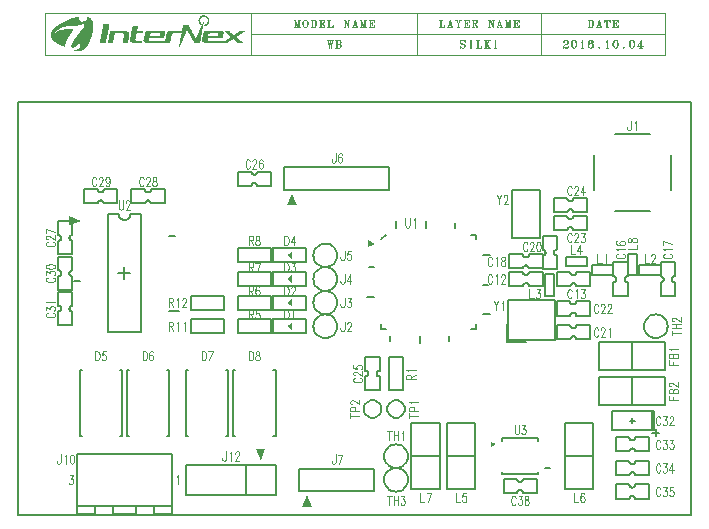
<source format=gbr>
%MOMM*%
%FSLAX33Y33*%
%ADD10C,0.203200*%
%ADD11C,0.120000*%
%ADD12C,0.152400*%
%ADD13C,0.199390*%
%ADD14C,0.070000*%
G90*G71*G01*D02*G54D10*X000000Y000000D02*X057000Y000000D01*X057000Y035000D01*
X000000Y035000D01*X000000Y000000D01*X011500Y000800D02*X011500Y000100D01*
X012990Y000100D01*X012990Y000800D01*X008000Y000800D02*X008000Y000100D01*
X010000Y000100D01*X010000Y000800D01*X006500Y000800D02*X006500Y000100D01*
X005010Y000100D01*X005010Y000800D01*X005010Y005200D02*X005010Y000800D01*
X012990Y000800D01*X012990Y005200D01*X005010Y005200D01*X019270Y001730D02*
X019270Y004270D01*X021810Y001730D02*X021810Y004270D01*X014190Y004270D01*
X014190Y001730D01*X021810Y001730D01*X023825Y003950D02*X030175Y003950D01*
X030175Y002050D01*X023825Y002050D01*X023825Y003950D01*X031000Y003000D02*
X031019Y002805D01*X031076Y002617D01*X031169Y002444D01*X031293Y002293D01*
X031444Y002169D01*X031617Y002076D01*X031805Y002019D01*X032000Y002000D01*
X032195Y002019D01*X032383Y002076D01*X032556Y002169D01*X032707Y002293D01*
X032831Y002444D01*X032924Y002617D01*X032981Y002805D01*X033000Y003000D01*
X032981Y003195D01*X032924Y003383D01*X032831Y003556D01*X032707Y003707D01*
X032556Y003831D01*X032383Y003924D01*X032195Y003981D01*X032000Y004000D01*
X031805Y003981D01*X031617Y003924D01*X031444Y003831D01*X031293Y003707D01*
X031169Y003556D01*X031076Y003383D01*X031019Y003195D01*X031000Y003000D01*
X035700Y007800D02*X035700Y002200D01*X033300Y002200D01*X033300Y007800D01*
X035700Y007800D01*X035700Y005000D02*X033300Y005000D01*X038700Y007800D02*
X038700Y002200D01*X036300Y002200D01*X036300Y007800D01*X038700Y007800D01*
X038700Y005000D02*X036300Y005000D01*X044000Y003700D02*X044000Y003500D01*
X041000Y003500D01*X041000Y003700D01*X044000Y006300D02*X044000Y006500D01*
X041000Y006500D01*X041000Y006300D01*X048700Y007800D02*X048700Y002200D01*
X046300Y002200D01*X046300Y007800D01*X048700Y007800D01*X048700Y005000D02*
X046300Y005000D01*X031000Y005000D02*X031019Y004805D01*X031076Y004617D01*
X031169Y004444D01*X031293Y004293D01*X031444Y004169D01*X031617Y004076D01*
X031805Y004019D01*X032000Y004000D01*X032195Y004019D01*X032383Y004076D01*
X032556Y004169D01*X032707Y004293D01*X032831Y004444D01*X032924Y004617D01*
X032981Y004805D01*X033000Y005000D01*X032981Y005195D01*X032924Y005383D01*
X032831Y005556D01*X032707Y005707D01*X032556Y005831D01*X032383Y005924D01*
X032195Y005981D01*X032000Y006000D01*X031805Y005981D01*X031617Y005924D01*
X031444Y005831D01*X031293Y005707D01*X031169Y005556D01*X031076Y005383D01*
X031019Y005195D01*X031000Y005000D01*X005400Y006700D02*X005200Y006700D01*
X005200Y012300D01*X005400Y012300D01*X008600Y006700D02*X008800Y006700D01*
X008800Y012300D01*X008600Y012300D01*X009400Y006700D02*X009200Y006700D01*
X009200Y012300D01*X009400Y012300D01*X012600Y006700D02*X012800Y006700D01*
X012800Y012300D01*X012600Y012300D01*X014400Y006700D02*X014200Y006700D01*
X014200Y012300D01*X014400Y012300D01*X017600Y006700D02*X017800Y006700D01*
X017800Y012300D01*X017600Y012300D01*X018400Y006700D02*X018200Y006700D01*
X018200Y012300D01*X018400Y012300D01*X021600Y006700D02*X021800Y006700D01*
X021800Y012300D01*X021600Y012300D01*X029250Y009000D02*X029264Y008854D01*
X029307Y008713D01*X029376Y008583D01*X029470Y008470D01*X029583Y008376D01*
X029713Y008307D01*X029854Y008264D01*X030000Y008250D01*X030146Y008264D01*
X030287Y008307D01*X030417Y008376D01*X030530Y008470D01*X030624Y008583D01*
X030693Y008713D01*X030736Y008854D01*X030750Y009000D01*X030736Y009146D01*
X030693Y009287D01*X030624Y009417D01*X030530Y009530D01*X030417Y009624D01*
X030287Y009693D01*X030146Y009736D01*X030000Y009750D01*X029854Y009736D01*
X029713Y009693D01*X029583Y009624D01*X029470Y009530D01*X029376Y009417D01*
X029307Y009287D01*X029264Y009146D01*X029250Y009000D01*X031250Y009000D02*
X031264Y008854D01*X031307Y008713D01*X031376Y008583D01*X031470Y008470D01*
X031583Y008376D01*X031713Y008307D01*X031854Y008264D01*X032000Y008250D01*
X032146Y008264D01*X032287Y008307D01*X032417Y008376D01*X032530Y008470D01*
X032624Y008583D01*X032693Y008713D01*X032736Y008854D01*X032750Y009000D01*
X032736Y009146D01*X032693Y009287D01*X032624Y009417D01*X032530Y009530D01*
X032417Y009624D01*X032287Y009693D01*X032146Y009736D01*X032000Y009750D01*
X031854Y009736D01*X031713Y009693D01*X031583Y009624D01*X031470Y009530D01*
X031376Y009417D01*X031307Y009287D01*X031264Y009146D01*X031250Y009000D01*
X049200Y011700D02*X054800Y011700D01*X054800Y009300D01*X049200Y009300D01*
X049200Y011700D01*X052000Y011700D02*X052000Y009300D01*X012800Y023675D02*
X013300Y023675D01*X009500Y025500D02*X009498Y025451D01*X009490Y025402D01*
X009478Y025355D01*X009462Y025309D01*X009441Y025264D01*X009416Y025222D01*
X009387Y025183D01*X009354Y025146D01*X009317Y025113D01*X009278Y025084D01*
X009236Y025059D01*X009191Y025038D01*X009145Y025022D01*X009098Y025010D01*
X009049Y025002D01*X009000Y025000D01*X008951Y025002D01*X008902Y025010D01*
X008855Y025022D01*X008809Y025038D01*X008764Y025059D01*X008722Y025084D01*
X008683Y025113D01*X008646Y025146D01*X008613Y025183D01*X008584Y025222D01*
X008559Y025264D01*X008538Y025309D01*X008522Y025355D01*X008510Y025402D01*
X008502Y025451D01*X008500Y025500D01*X009000Y021000D02*X009000Y020000D01*
X008500Y020500D02*X009500Y020500D01*X007600Y025500D02*X008500Y025500D01*
X010400Y025500D02*X009500Y025500D01*X010400Y025500D02*X010400Y015500D01*
X007600Y015500D01*X007600Y025500D01*X004700Y019865D02*X005200Y019865D01*
X012800Y017325D02*X013600Y017325D01*X049200Y014700D02*X054800Y014700D01*
X054800Y012300D01*X049200Y012300D01*X049200Y014700D01*X052000Y014700D02*
X052000Y012300D01*X025000Y016000D02*X025019Y015805D01*X025076Y015617D01*
X025169Y015444D01*X025293Y015293D01*X025444Y015169D01*X025617Y015076D01*
X025805Y015019D01*X026000Y015000D01*X026195Y015019D01*X026383Y015076D01*
X026556Y015169D01*X026707Y015293D01*X026831Y015444D01*X026924Y015617D01*
X026981Y015805D01*X027000Y016000D01*X026981Y016195D01*X026924Y016383D01*
X026831Y016556D01*X026707Y016707D01*X026556Y016831D01*X026383Y016924D01*
X026195Y016981D01*X026000Y017000D01*X025805Y016981D01*X025617Y016924D01*
X025444Y016831D01*X025293Y016707D01*X025169Y016556D01*X025076Y016383D01*
X025019Y016195D01*X025000Y016000D01*X025000Y018000D02*X025019Y017805D01*
X025076Y017617D01*X025169Y017444D01*X025293Y017293D01*X025444Y017169D01*
X025617Y017076D01*X025805Y017019D01*X026000Y017000D01*X026195Y017019D01*
X026383Y017076D01*X026556Y017169D01*X026707Y017293D01*X026831Y017444D01*
X026924Y017617D01*X026981Y017805D01*X027000Y018000D01*X026981Y018195D01*
X026924Y018383D01*X026831Y018556D01*X026707Y018707D01*X026556Y018831D01*
X026383Y018924D01*X026195Y018981D01*X026000Y019000D01*X025805Y018981D01*
X025617Y018924D01*X025444Y018831D01*X025293Y018707D01*X025169Y018556D01*
X025076Y018383D01*X025019Y018195D01*X025000Y018000D01*X032000Y024950D02*
X032000Y024350D01*X031500Y015150D02*X031500Y014750D01*X031150Y023750D02*
X030750Y023350D01*X031150Y015750D02*X030750Y015750D01*X030750Y016150D01*
X038750Y016150D02*X038750Y015750D01*X038350Y015750D01*X038350Y023750D02*
X038750Y023750D01*X038750Y023350D01*X030150Y021000D02*X029750Y021000D01*
X036500Y014750D02*X036500Y015150D01*X034000Y015150D02*X034000Y014550D01*
X039350Y019500D02*X039750Y019500D01*X039950Y017000D02*X039350Y017000D01*
X034500Y024950D02*X034500Y024350D01*X037000Y024350D02*X037000Y024750D01*
X030150Y018500D02*X029550Y018500D01*X039350Y022000D02*X039950Y022000D01*
X041500Y018200D02*X045500Y018200D01*X045500Y014800D01*X041500Y014800D01*
X041500Y018200D01*X041400Y016200D02*X041400Y014700D01*X043000Y014700D01*
X053000Y016000D02*X053019Y015805D01*X053076Y015617D01*X053169Y015444D01*
X053293Y015293D01*X053444Y015169D01*X053617Y015076D01*X053805Y015019D01*
X054000Y015000D01*X054195Y015019D01*X054383Y015076D01*X054556Y015169D01*
X054707Y015293D01*X054831Y015444D01*X054924Y015617D01*X054981Y015805D01*
X055000Y016000D01*X054981Y016195D01*X054924Y016383D01*X054831Y016556D01*
X054707Y016707D01*X054556Y016831D01*X054383Y016924D01*X054195Y016981D01*
X054000Y017000D01*X053805Y016981D01*X053617Y016924D01*X053444Y016831D01*
X053293Y016707D01*X053169Y016556D01*X053076Y016383D01*X053019Y016195D01*
X053000Y016000D01*X025000Y020000D02*X025019Y019805D01*X025076Y019617D01*
X025169Y019444D01*X025293Y019293D01*X025444Y019169D01*X025617Y019076D01*
X025805Y019019D01*X026000Y019000D01*X026195Y019019D01*X026383Y019076D01*
X026556Y019169D01*X026707Y019293D01*X026831Y019444D01*X026924Y019617D01*
X026981Y019805D01*X027000Y020000D01*X026981Y020195D01*X026924Y020383D01*
X026831Y020556D01*X026707Y020707D01*X026556Y020831D01*X026383Y020924D01*
X026195Y020981D01*X026000Y021000D01*X025805Y020981D01*X025617Y020924D01*
X025444Y020831D01*X025293Y020707D01*X025169Y020556D01*X025076Y020383D01*
X025019Y020195D01*X025000Y020000D01*X025000Y022000D02*X025019Y021805D01*
X025076Y021617D01*X025169Y021444D01*X025293Y021293D01*X025444Y021169D01*
X025617Y021076D01*X025805Y021019D01*X026000Y021000D01*X026195Y021019D01*
X026383Y021076D01*X026556Y021169D01*X026707Y021293D01*X026831Y021444D01*
X026924Y021617D01*X026981Y021805D01*X027000Y022000D01*X026981Y022195D01*
X026924Y022383D01*X026831Y022556D01*X026707Y022707D01*X026556Y022831D01*
X026383Y022924D01*X026195Y022981D01*X026000Y023000D01*X025805Y022981D01*
X025617Y022924D01*X025444Y022831D01*X025293Y022707D01*X025169Y022556D01*
X025076Y022383D01*X025019Y022195D01*X025000Y022000D01*X041800Y023500D02*
X044200Y023500D01*X044200Y027500D01*X041800Y027500D01*X041800Y023500D01*
X050500Y025750D02*X053500Y025750D01*X050500Y032250D02*X053500Y032250D01*
X055250Y030500D02*X055250Y027500D01*X048750Y030500D02*X048750Y027500D01*
X022555Y029450D02*X031445Y029450D01*X031445Y027550D01*X022555Y027550D01*
X022555Y029450D01*D02*G54D11*X004369Y003388D02*X004653Y003388D01*
X004496Y003085D01*X004576Y003085D01*X004627Y003048D01*X004653Y003012D01*
X004682Y002903D01*X004682Y002818D01*X004653Y002709D01*X004602Y002636D01*
X004525Y002600D01*X004445Y002600D01*X004369Y002636D01*X004343Y002673D01*
X004318Y002745D01*X003618Y005150D02*X003618Y004544D01*X003582Y004423D01*
X003546Y004386D01*X003476Y004350D01*X003400Y004350D01*X003331Y004386D01*
X003294Y004423D01*X003258Y004544D01*X003258Y004617D01*X003960Y004992D02*
X003989Y005029D01*X004033Y005138D01*X004033Y004350D01*X004535Y005138D02*
X004454Y005102D01*X004403Y004992D01*X004378Y004798D01*X004378Y004689D01*
X004403Y004495D01*X004454Y004386D01*X004535Y004350D01*X004585Y004350D01*
X004662Y004386D01*X004713Y004495D01*X004742Y004689D01*X004742Y004798D01*
X004713Y004992D01*X004662Y005102D01*X004585Y005138D01*X004535Y005138D01*
X013460Y003242D02*X013489Y003279D01*X013533Y003388D01*X013533Y002600D01*
X017618Y005400D02*X017618Y004794D01*X017582Y004673D01*X017546Y004636D01*
X017476Y004600D01*X017400Y004600D01*X017331Y004636D01*X017294Y004673D01*
X017258Y004794D01*X017258Y004867D01*X017960Y005242D02*X017989Y005279D01*
X018033Y005388D01*X018033Y004600D01*X018403Y005206D02*X018403Y005242D01*
X018429Y005315D01*X018454Y005352D01*X018505Y005400D01*X018611Y005400D01*
X018662Y005352D01*X018687Y005315D01*X018713Y005242D01*X018713Y005170D01*
X018687Y005097D01*X018636Y004976D01*X018378Y004600D01*X018742Y004600D01*
X054372Y002206D02*X054347Y002279D01*X054296Y002352D01*X054248Y002400D01*
X054150Y002400D01*X054103Y002352D01*X054055Y002279D01*X054030Y002206D01*
X054008Y002097D01*X054008Y001903D01*X054030Y001794D01*X054055Y001709D01*
X054103Y001636D01*X054150Y001600D01*X054248Y001600D01*X054296Y001636D01*
X054347Y001709D01*X054372Y001794D01*X054619Y002388D02*X054903Y002388D01*
X054746Y002085D01*X054826Y002085D01*X054877Y002048D01*X054903Y002012D01*
X054932Y001903D01*X054932Y001818D01*X054903Y001709D01*X054852Y001636D01*
X054775Y001600D01*X054695Y001600D01*X054619Y001636D01*X054593Y001673D01*
X054568Y001745D01*X055437Y002388D02*X055179Y002388D01*X055153Y002048D01*
X055179Y002085D01*X055255Y002121D01*X055332Y002121D01*X055412Y002085D01*
X055463Y002012D01*X055492Y001903D01*X055492Y001818D01*X055463Y001709D01*
X055412Y001636D01*X055332Y001600D01*X055255Y001600D01*X055179Y001636D01*
X055153Y001673D01*X055128Y001745D01*X026898Y005150D02*X026898Y004544D01*
X026862Y004423D01*X026826Y004386D01*X026756Y004350D01*X026680Y004350D01*
X026611Y004386D01*X026574Y004423D01*X026538Y004544D01*X026538Y004617D01*
X027098Y005138D02*X027462Y005138D01*X027200Y004350D01*X031258Y001650D02*
X031622Y001650D01*X031440Y001650D02*X031440Y000850D01*X031818Y001262D02*
X032182Y001262D01*X032182Y001650D02*X032182Y000850D01*X031818Y001650D02*
X031818Y000850D01*X032429Y001638D02*X032713Y001638D01*X032556Y001335D01*
X032636Y001335D01*X032687Y001298D01*X032713Y001262D01*X032742Y001153D01*
X032742Y001068D01*X032713Y000959D01*X032662Y000886D01*X032585Y000850D01*
X032505Y000850D01*X032429Y000886D01*X032403Y000923D01*X032378Y000995D01*
X034038Y001900D02*X034038Y001100D01*X034402Y001100D01*X034598Y001888D02*
X034962Y001888D01*X034700Y001100D01*X037038Y001900D02*X037038Y001100D01*
X037402Y001100D01*X037907Y001888D02*X037649Y001888D01*X037623Y001548D01*
X037649Y001585D01*X037725Y001621D01*X037802Y001621D01*X037882Y001585D01*
X037933Y001512D01*X037962Y001403D01*X037962Y001318D01*X037933Y001209D01*
X037882Y001136D01*X037802Y001100D01*X037725Y001100D01*X037649Y001136D01*
X037623Y001173D01*X037598Y001245D01*X042038Y007650D02*X042038Y007080D01*
X042063Y006959D01*X042114Y006886D01*X042195Y006850D01*X042245Y006850D01*
X042322Y006886D01*X042373Y006959D01*X042402Y007080D01*X042402Y007650D01*
X042649Y007638D02*X042933Y007638D01*X042776Y007335D01*X042856Y007335D01*
X042907Y007298D01*X042933Y007262D01*X042962Y007153D01*X042962Y007068D01*
X042933Y006959D01*X042882Y006886D01*X042805Y006850D01*X042725Y006850D01*
X042649Y006886D01*X042623Y006923D01*X042598Y006995D01*X042122Y001456D02*
X042097Y001529D01*X042046Y001602D01*X041998Y001650D01*X041900Y001650D01*
X041853Y001602D01*X041805Y001529D01*X041780Y001456D01*X041758Y001347D01*
X041758Y001153D01*X041780Y001044D01*X041805Y000959D01*X041853Y000886D01*
X041900Y000850D01*X041998Y000850D01*X042046Y000886D01*X042097Y000959D01*
X042122Y001044D01*X042369Y001638D02*X042653Y001638D01*X042496Y001335D01*
X042576Y001335D01*X042627Y001298D01*X042653Y001262D01*X042682Y001153D01*
X042682Y001068D01*X042653Y000959D01*X042602Y000886D01*X042525Y000850D01*
X042445Y000850D01*X042369Y000886D01*X042343Y000923D01*X042318Y000995D01*
X043005Y001638D02*X042929Y001602D01*X042903Y001529D01*X042903Y001456D01*
X042929Y001371D01*X042980Y001335D01*X043085Y001298D01*X043162Y001262D01*
X043213Y001189D01*X043242Y001117D01*X043242Y000995D01*X043213Y000923D01*
X043187Y000886D01*X043111Y000850D01*X043005Y000850D01*X042929Y000886D01*
X042903Y000923D01*X042878Y000995D01*X042878Y001117D01*X042903Y001189D01*
X042954Y001262D01*X043031Y001298D01*X043136Y001335D01*X043187Y001371D01*
X043213Y001456D01*X043213Y001529D01*X043187Y001602D01*X043111Y001638D01*
X043005Y001638D01*X047038Y001900D02*X047038Y001100D01*X047402Y001100D01*
X047933Y001779D02*X047904Y001852D01*X047820Y001888D01*X047765Y001888D01*
X047682Y001852D01*X047623Y001742D01*X047598Y001548D01*X047598Y001367D01*
X047623Y001209D01*X047682Y001136D01*X047765Y001100D01*X047791Y001100D01*
X047875Y001136D01*X047933Y001209D01*X047962Y001318D01*X047962Y001367D01*
X047933Y001476D01*X047875Y001548D01*X047791Y001585D01*X047765Y001585D01*
X047682Y001548D01*X047623Y001476D01*X047598Y001367D01*X054372Y004206D02*
X054347Y004279D01*X054296Y004352D01*X054248Y004400D01*X054150Y004400D01*
X054103Y004352D01*X054055Y004279D01*X054030Y004206D01*X054008Y004097D01*
X054008Y003903D01*X054030Y003794D01*X054055Y003709D01*X054103Y003636D01*
X054150Y003600D01*X054248Y003600D01*X054296Y003636D01*X054347Y003709D01*
X054372Y003794D01*X054619Y004388D02*X054903Y004388D01*X054746Y004085D01*
X054826Y004085D01*X054877Y004048D01*X054903Y004012D01*X054932Y003903D01*
X054932Y003818D01*X054903Y003709D01*X054852Y003636D01*X054775Y003600D01*
X054695Y003600D01*X054619Y003636D01*X054593Y003673D01*X054568Y003745D01*
X055368Y004388D02*X055368Y003600D01*X055368Y004388D02*X055128Y003867D01*
X055492Y003867D01*X031258Y007150D02*X031622Y007150D01*X031440Y007150D02*
X031440Y006350D01*X031818Y006762D02*X032182Y006762D01*X032182Y007150D02*
X032182Y006350D01*X031818Y007150D02*X031818Y006350D01*X032520Y006992D02*
X032549Y007029D01*X032593Y007138D01*X032593Y006350D01*X054372Y006206D02*
X054347Y006279D01*X054296Y006352D01*X054248Y006400D01*X054150Y006400D01*
X054103Y006352D01*X054055Y006279D01*X054030Y006206D01*X054008Y006097D01*
X054008Y005903D01*X054030Y005794D01*X054055Y005709D01*X054103Y005636D01*
X054150Y005600D01*X054248Y005600D01*X054296Y005636D01*X054347Y005709D01*
X054372Y005794D01*X054619Y006388D02*X054903Y006388D01*X054746Y006085D01*
X054826Y006085D01*X054877Y006048D01*X054903Y006012D01*X054932Y005903D01*
X054932Y005818D01*X054903Y005709D01*X054852Y005636D01*X054775Y005600D01*
X054695Y005600D01*X054619Y005636D01*X054593Y005673D01*X054568Y005745D01*
X055179Y006388D02*X055463Y006388D01*X055306Y006085D01*X055386Y006085D01*
X055437Y006048D01*X055463Y006012D01*X055492Y005903D01*X055492Y005818D01*
X055463Y005709D01*X055412Y005636D01*X055335Y005600D01*X055255Y005600D01*
X055179Y005636D01*X055153Y005673D01*X055128Y005745D01*X054372Y008206D02*
X054347Y008279D01*X054296Y008352D01*X054248Y008400D01*X054150Y008400D01*
X054103Y008352D01*X054055Y008279D01*X054030Y008206D01*X054008Y008097D01*
X054008Y007903D01*X054030Y007794D01*X054055Y007709D01*X054103Y007636D01*
X054150Y007600D01*X054248Y007600D01*X054296Y007636D01*X054347Y007709D01*
X054372Y007794D01*X054619Y008388D02*X054903Y008388D01*X054746Y008085D01*
X054826Y008085D01*X054877Y008048D01*X054903Y008012D01*X054932Y007903D01*
X054932Y007818D01*X054903Y007709D01*X054852Y007636D01*X054775Y007600D01*
X054695Y007600D01*X054619Y007636D01*X054593Y007673D01*X054568Y007745D01*
X055153Y008206D02*X055153Y008242D01*X055179Y008315D01*X055204Y008352D01*
X055255Y008400D01*X055361Y008400D01*X055412Y008352D01*X055437Y008315D01*
X055463Y008242D01*X055463Y008170D01*X055437Y008097D01*X055386Y007976D01*
X055128Y007600D01*X055492Y007600D01*X006538Y013900D02*X006720Y013900D01*
X006796Y013852D01*X006847Y013779D01*X006873Y013706D01*X006902Y013597D01*
X006902Y013403D01*X006873Y013294D01*X006847Y013209D01*X006796Y013136D01*
X006720Y013100D01*X006538Y013100D01*X006538Y013900D01*X007407Y013888D02*
X007149Y013888D01*X007123Y013548D01*X007149Y013585D01*X007225Y013621D01*
X007302Y013621D01*X007382Y013585D01*X007433Y013512D01*X007462Y013403D01*
X007462Y013318D01*X007433Y013209D01*X007382Y013136D01*X007302Y013100D01*
X007225Y013100D01*X007149Y013136D01*X007123Y013173D01*X007098Y013245D01*
X010538Y013900D02*X010720Y013900D01*X010796Y013852D01*X010847Y013779D01*
X010873Y013706D01*X010902Y013597D01*X010902Y013403D01*X010873Y013294D01*
X010847Y013209D01*X010796Y013136D01*X010720Y013100D01*X010538Y013100D01*
X010538Y013900D01*X011433Y013779D02*X011404Y013852D01*X011320Y013888D01*
X011265Y013888D01*X011182Y013852D01*X011123Y013742D01*X011098Y013548D01*
X011098Y013367D01*X011123Y013209D01*X011182Y013136D01*X011265Y013100D01*
X011291Y013100D01*X011375Y013136D01*X011433Y013209D01*X011462Y013318D01*
X011462Y013367D01*X011433Y013476D01*X011375Y013548D01*X011291Y013585D01*
X011265Y013585D01*X011182Y013548D01*X011123Y013476D01*X011098Y013367D01*
X015538Y013900D02*X015720Y013900D01*X015796Y013852D01*X015847Y013779D01*
X015873Y013706D01*X015902Y013597D01*X015902Y013403D01*X015873Y013294D01*
X015847Y013209D01*X015796Y013136D01*X015720Y013100D01*X015538Y013100D01*
X015538Y013900D01*X016098Y013888D02*X016462Y013888D01*X016200Y013100D01*
X019538Y013900D02*X019720Y013900D01*X019796Y013852D01*X019847Y013779D01*
X019873Y013706D01*X019902Y013597D01*X019902Y013403D01*X019873Y013294D01*
X019847Y013209D01*X019796Y013136D01*X019720Y013100D01*X019538Y013100D01*
X019538Y013900D01*X020225Y013888D02*X020149Y013852D01*X020123Y013779D01*
X020123Y013706D01*X020149Y013621D01*X020200Y013585D01*X020305Y013548D01*
X020382Y013512D01*X020433Y013439D01*X020462Y013367D01*X020462Y013245D01*
X020433Y013173D01*X020407Y013136D01*X020331Y013100D01*X020225Y013100D01*
X020149Y013136D01*X020123Y013173D01*X020098Y013245D01*X020098Y013367D01*
X020123Y013439D01*X020174Y013512D01*X020251Y013548D01*X020356Y013585D01*
X020407Y013621D01*X020433Y013706D01*X020433Y013779D01*X020407Y013852D01*
X020331Y013888D01*X020225Y013888D01*X028100Y008258D02*X028100Y008622D01*
X028100Y008440D02*X028900Y008440D01*X028900Y008818D02*X028100Y008818D01*
X028100Y009051D01*X028148Y009127D01*X028185Y009153D01*X028258Y009182D01*
X028367Y009182D01*X028452Y009153D01*X028488Y009127D01*X028524Y009051D01*
X028524Y008818D01*X028294Y009403D02*X028258Y009403D01*X028185Y009429D01*
X028148Y009454D01*X028100Y009505D01*X028100Y009611D01*X028148Y009662D01*
X028185Y009687D01*X028258Y009713D01*X028330Y009713D01*X028403Y009687D01*
X028524Y009636D01*X028900Y009378D01*X028900Y009742D01*X033100Y008258D02*
X033100Y008622D01*X033100Y008440D02*X033900Y008440D01*X033900Y008818D02*
X033100Y008818D01*X033100Y009051D01*X033148Y009127D01*X033185Y009153D01*
X033258Y009182D01*X033367Y009182D01*X033452Y009153D01*X033488Y009127D01*
X033524Y009051D01*X033524Y008818D01*X033258Y009520D02*X033221Y009549D01*
X033112Y009593D01*X033900Y009593D01*X028544Y011622D02*X028471Y011597D01*
X028398Y011546D01*X028350Y011498D01*X028350Y011400D01*X028398Y011353D01*
X028471Y011305D01*X028544Y011280D01*X028653Y011258D01*X028847Y011258D01*
X028956Y011280D01*X029041Y011305D01*X029114Y011353D01*X029150Y011400D01*
X029150Y011498D01*X029114Y011546D01*X029041Y011597D01*X028956Y011622D01*
X028544Y011843D02*X028508Y011843D01*X028435Y011869D01*X028398Y011894D01*
X028350Y011945D01*X028350Y012051D01*X028398Y012102D01*X028435Y012127D01*
X028508Y012153D01*X028580Y012153D01*X028653Y012127D01*X028774Y012076D01*
X029150Y011818D01*X029150Y012182D01*X028362Y012687D02*X028362Y012429D01*
X028702Y012403D01*X028665Y012429D01*X028629Y012505D01*X028629Y012582D01*
X028665Y012662D01*X028738Y012713D01*X028847Y012742D01*X028932Y012742D01*
X029041Y012713D01*X029114Y012662D01*X029150Y012582D01*X029150Y012505D01*
X029114Y012429D01*X029077Y012403D01*X029005Y012378D01*X033650Y011538D02*
X032850Y011538D01*X032850Y011771D01*X032898Y011847D01*X032935Y011873D01*
X033008Y011902D01*X033080Y011902D01*X033153Y011873D01*X033202Y011847D01*
X033238Y011771D01*X033238Y011538D01*X033238Y011716D02*X033650Y011902D01*
X033008Y012240D02*X032971Y012269D01*X032862Y012313D01*X033650Y012313D01*
X055100Y010122D02*X055100Y009758D01*X055900Y009758D01*X055488Y009758D02*
X055488Y009980D01*X055488Y010318D02*X055488Y010551D01*X055524Y010627D01*
X055561Y010653D01*X055633Y010682D01*X055755Y010682D01*X055827Y010653D01*
X055864Y010627D01*X055900Y010551D01*X055900Y010318D01*X055100Y010318D01*
X055100Y010551D01*X055148Y010627D01*X055185Y010653D01*X055258Y010682D01*
X055330Y010682D01*X055403Y010653D01*X055452Y010627D01*X055488Y010551D01*
X055294Y010903D02*X055258Y010903D01*X055185Y010929D01*X055148Y010954D01*
X055100Y011005D01*X055100Y011111D01*X055148Y011162D01*X055185Y011187D01*
X055258Y011213D01*X055330Y011213D01*X055403Y011187D01*X055524Y011136D01*
X055900Y010878D01*X055900Y011242D01*X008538Y026650D02*X008538Y026080D01*
X008563Y025959D01*X008614Y025886D01*X008695Y025850D01*X008745Y025850D01*
X008822Y025886D01*X008873Y025959D01*X008902Y026080D01*X008902Y026650D01*
X009123Y026456D02*X009123Y026492D01*X009149Y026565D01*X009174Y026602D01*
X009225Y026650D01*X009331Y026650D01*X009382Y026602D01*X009407Y026565D01*
X009433Y026492D01*X009433Y026420D01*X009407Y026347D01*X009356Y026226D01*
X009098Y025850D01*X009462Y025850D01*X012758Y015600D02*X012758Y016400D01*
X012991Y016400D01*X013067Y016352D01*X013093Y016315D01*X013122Y016242D01*
X013122Y016170D01*X013093Y016097D01*X013067Y016048D01*X012991Y016012D01*
X012758Y016012D01*X012936Y016012D02*X013122Y015600D01*X013460Y016242D02*
X013489Y016279D01*X013533Y016388D01*X013533Y015600D01*X014020Y016242D02*
X014049Y016279D01*X014093Y016388D01*X014093Y015600D01*X022538Y017400D02*
X022720Y017400D01*X022796Y017352D01*X022847Y017279D01*X022873Y017206D01*
X022902Y017097D01*X022902Y016903D01*X022873Y016794D01*X022847Y016709D01*
X022796Y016636D01*X022720Y016600D01*X022538Y016600D01*X022538Y017400D01*
X023240Y017242D02*X023269Y017279D01*X023313Y017388D01*X023313Y016600D01*
X049122Y015706D02*X049097Y015779D01*X049046Y015852D01*X048998Y015900D01*
X048900Y015900D01*X048853Y015852D01*X048805Y015779D01*X048780Y015706D01*
X048758Y015597D01*X048758Y015403D01*X048780Y015294D01*X048805Y015209D01*
X048853Y015136D01*X048900Y015100D01*X048998Y015100D01*X049046Y015136D01*
X049097Y015209D01*X049122Y015294D01*X049343Y015706D02*X049343Y015742D01*
X049369Y015815D01*X049394Y015852D01*X049445Y015900D01*X049551Y015900D01*
X049602Y015852D01*X049627Y015815D01*X049653Y015742D01*X049653Y015670D01*
X049627Y015597D01*X049576Y015476D01*X049318Y015100D01*X049682Y015100D01*
X050020Y015742D02*X050049Y015779D01*X050093Y015888D01*X050093Y015100D01*
X055100Y013122D02*X055100Y012758D01*X055900Y012758D01*X055488Y012758D02*
X055488Y012980D01*X055488Y013318D02*X055488Y013551D01*X055524Y013627D01*
X055561Y013653D01*X055633Y013682D01*X055755Y013682D01*X055827Y013653D01*
X055864Y013627D01*X055900Y013551D01*X055900Y013318D01*X055100Y013318D01*
X055100Y013551D01*X055148Y013627D01*X055185Y013653D01*X055258Y013682D01*
X055330Y013682D01*X055403Y013653D01*X055452Y013627D01*X055488Y013551D01*
X055258Y014020D02*X055221Y014049D01*X055112Y014093D01*X055900Y014093D01*
X002544Y017122D02*X002471Y017097D01*X002398Y017046D01*X002350Y016998D01*
X002350Y016900D01*X002398Y016853D01*X002471Y016805D01*X002544Y016780D01*
X002653Y016758D01*X002847Y016758D01*X002956Y016780D01*X003041Y016805D01*
X003114Y016853D01*X003150Y016900D01*X003150Y016998D01*X003114Y017046D01*
X003041Y017097D01*X002956Y017122D01*X002362Y017369D02*X002362Y017653D01*
X002665Y017496D01*X002665Y017576D01*X002702Y017627D01*X002738Y017653D01*
X002847Y017682D01*X002932Y017682D01*X003041Y017653D01*X003114Y017602D01*
X003150Y017525D01*X003150Y017445D01*X003114Y017369D01*X003077Y017343D01*
X003005Y017318D01*X002508Y018020D02*X002471Y018049D01*X002362Y018093D01*
X003150Y018093D01*X012758Y017600D02*X012758Y018400D01*X012991Y018400D01*
X013067Y018352D01*X013093Y018315D01*X013122Y018242D01*X013122Y018170D01*
X013093Y018097D01*X013067Y018048D01*X012991Y018012D01*X012758Y018012D01*
X012936Y018012D02*X013122Y017600D01*X013460Y018242D02*X013489Y018279D01*
X013533Y018388D01*X013533Y017600D01*X013903Y018206D02*X013903Y018242D01*
X013929Y018315D01*X013954Y018352D01*X014005Y018400D01*X014111Y018400D01*
X014162Y018352D01*X014187Y018315D01*X014213Y018242D01*X014213Y018170D01*
X014187Y018097D01*X014136Y017976D01*X013878Y017600D01*X014242Y017600D01*
X022538Y019400D02*X022720Y019400D01*X022796Y019352D01*X022847Y019279D01*
X022873Y019206D01*X022902Y019097D01*X022902Y018903D01*X022873Y018794D01*
X022847Y018709D01*X022796Y018636D01*X022720Y018600D01*X022538Y018600D01*
X022538Y019400D01*X023123Y019206D02*X023123Y019242D01*X023149Y019315D01*
X023174Y019352D01*X023225Y019400D01*X023331Y019400D01*X023382Y019352D01*
X023407Y019315D01*X023433Y019242D01*X023433Y019170D01*X023407Y019097D01*
X023356Y018976D01*X023098Y018600D01*X023462Y018600D01*X019538Y016600D02*
X019538Y017400D01*X019771Y017400D01*X019847Y017352D01*X019873Y017315D01*
X019902Y017242D01*X019902Y017170D01*X019873Y017097D01*X019847Y017048D01*
X019771Y017012D01*X019538Y017012D01*X019716Y017012D02*X019902Y016600D01*
X020407Y017388D02*X020149Y017388D01*X020123Y017048D01*X020149Y017085D01*
X020225Y017121D01*X020302Y017121D01*X020382Y017085D01*X020433Y017012D01*
X020462Y016903D01*X020462Y016818D01*X020433Y016709D01*X020382Y016636D01*
X020302Y016600D01*X020225Y016600D01*X020149Y016636D01*X020123Y016673D01*
X020098Y016745D01*X027648Y016400D02*X027648Y015794D01*X027612Y015673D01*
X027576Y015636D01*X027506Y015600D01*X027430Y015600D01*X027361Y015636D01*
X027324Y015673D01*X027288Y015794D01*X027288Y015867D01*X027873Y016206D02*
X027873Y016242D01*X027899Y016315D01*X027924Y016352D01*X027975Y016400D01*
X028081Y016400D01*X028132Y016352D01*X028157Y016315D01*X028183Y016242D01*
X028183Y016170D01*X028157Y016097D01*X028106Y015976D01*X027848Y015600D01*
X028212Y015600D01*X027648Y018400D02*X027648Y017794D01*X027612Y017673D01*
X027576Y017636D01*X027506Y017600D01*X027430Y017600D01*X027361Y017636D01*
X027324Y017673D01*X027288Y017794D01*X027288Y017867D01*X027899Y018388D02*
X028183Y018388D01*X028026Y018085D01*X028106Y018085D01*X028157Y018048D01*
X028183Y018012D01*X028212Y017903D01*X028212Y017818D01*X028183Y017709D01*
X028132Y017636D01*X028055Y017600D01*X027975Y017600D01*X027899Y017636D01*
X027873Y017673D01*X027848Y017745D01*X032788Y025150D02*X032788Y024580D01*
X032813Y024459D01*X032864Y024386D01*X032945Y024350D01*X032995Y024350D01*
X033072Y024386D01*X033123Y024459D01*X033152Y024580D01*X033152Y025150D01*
X033490Y024992D02*X033519Y025029D01*X033563Y025138D01*X033563Y024350D01*
X040652Y018150D02*X040470Y017762D01*X040288Y018150D02*X040470Y017762D01*
X040470Y017350D01*X040990Y017992D02*X041019Y018029D01*X041063Y018138D01*
X041063Y017350D01*X049122Y017706D02*X049097Y017779D01*X049046Y017852D01*
X048998Y017900D01*X048900Y017900D01*X048853Y017852D01*X048805Y017779D01*
X048780Y017706D01*X048758Y017597D01*X048758Y017403D01*X048780Y017294D01*
X048805Y017209D01*X048853Y017136D01*X048900Y017100D01*X048998Y017100D01*
X049046Y017136D01*X049097Y017209D01*X049122Y017294D01*X049343Y017706D02*
X049343Y017742D01*X049369Y017815D01*X049394Y017852D01*X049445Y017900D01*
X049551Y017900D01*X049602Y017852D01*X049627Y017815D01*X049653Y017742D01*
X049653Y017670D01*X049627Y017597D01*X049576Y017476D01*X049318Y017100D01*
X049682Y017100D01*X049903Y017706D02*X049903Y017742D01*X049929Y017815D01*
X049954Y017852D01*X050005Y017900D01*X050111Y017900D01*X050162Y017852D01*
X050187Y017815D01*X050213Y017742D01*X050213Y017670D01*X050187Y017597D01*
X050136Y017476D01*X049878Y017100D01*X050242Y017100D01*X043288Y019150D02*
X043288Y018350D01*X043652Y018350D01*X043899Y019138D02*X044183Y019138D01*
X044026Y018835D01*X044106Y018835D01*X044157Y018798D01*X044183Y018762D01*
X044212Y018653D01*X044212Y018568D01*X044183Y018459D01*X044132Y018386D01*
X044055Y018350D01*X043975Y018350D01*X043899Y018386D01*X043873Y018423D01*
X043848Y018495D01*X055350Y015258D02*X055350Y015622D01*X055350Y015440D02*
X056150Y015440D01*X055738Y015818D02*X055738Y016182D01*X055350Y016182D02*
X056150Y016182D01*X055350Y015818D02*X056150Y015818D01*X055544Y016403D02*
X055508Y016403D01*X055435Y016429D01*X055398Y016454D01*X055350Y016505D01*
X055350Y016611D01*X055398Y016662D01*X055435Y016687D01*X055508Y016713D01*
X055580Y016713D01*X055653Y016687D01*X055774Y016636D01*X056150Y016378D01*
X056150Y016742D01*X002544Y020122D02*X002471Y020097D01*X002398Y020046D01*
X002350Y019998D01*X002350Y019900D01*X002398Y019853D01*X002471Y019805D01*
X002544Y019780D01*X002653Y019758D01*X002847Y019758D01*X002956Y019780D01*
X003041Y019805D01*X003114Y019853D01*X003150Y019900D01*X003150Y019998D01*
X003114Y020046D01*X003041Y020097D01*X002956Y020122D01*X002362Y020369D02*
X002362Y020653D01*X002665Y020496D01*X002665Y020576D01*X002702Y020627D01*
X002738Y020653D01*X002847Y020682D01*X002932Y020682D01*X003041Y020653D01*
X003114Y020602D01*X003150Y020525D01*X003150Y020445D01*X003114Y020369D01*
X003077Y020343D01*X003005Y020318D01*X002362Y021035D02*X002398Y020954D01*
X002508Y020903D01*X002702Y020878D01*X002811Y020878D01*X003005Y020903D01*
X003114Y020954D01*X003150Y021035D01*X003150Y021085D01*X003114Y021162D01*
X003005Y021213D01*X002811Y021242D01*X002702Y021242D01*X002508Y021213D01*
X002398Y021162D01*X002362Y021085D01*X002362Y021035D01*X022538Y021400D02*
X022720Y021400D01*X022796Y021352D01*X022847Y021279D01*X022873Y021206D01*
X022902Y021097D01*X022902Y020903D01*X022873Y020794D01*X022847Y020709D01*
X022796Y020636D01*X022720Y020600D01*X022538Y020600D01*X022538Y021400D01*
X023149Y021388D02*X023433Y021388D01*X023276Y021085D01*X023356Y021085D01*
X023407Y021048D01*X023433Y021012D01*X023462Y020903D01*X023462Y020818D01*
X023433Y020709D01*X023382Y020636D01*X023305Y020600D01*X023225Y020600D01*
X023149Y020636D01*X023123Y020673D01*X023098Y020745D01*X022538Y023650D02*
X022720Y023650D01*X022796Y023602D01*X022847Y023529D01*X022873Y023456D01*
X022902Y023347D01*X022902Y023153D01*X022873Y023044D01*X022847Y022959D01*
X022796Y022886D01*X022720Y022850D01*X022538Y022850D01*X022538Y023650D01*
X023338Y023638D02*X023338Y022850D01*X023338Y023638D02*X023098Y023117D01*
X023462Y023117D01*X019538Y018600D02*X019538Y019400D01*X019771Y019400D01*
X019847Y019352D01*X019873Y019315D01*X019902Y019242D01*X019902Y019170D01*
X019873Y019097D01*X019847Y019048D01*X019771Y019012D01*X019538Y019012D01*
X019716Y019012D02*X019902Y018600D01*X020433Y019279D02*X020404Y019352D01*
X020320Y019388D01*X020265Y019388D01*X020182Y019352D01*X020123Y019242D01*
X020098Y019048D01*X020098Y018867D01*X020123Y018709D01*X020182Y018636D01*
X020265Y018600D01*X020291Y018600D01*X020375Y018636D01*X020433Y018709D01*
X020462Y018818D01*X020462Y018867D01*X020433Y018976D01*X020375Y019048D01*
X020291Y019085D01*X020265Y019085D01*X020182Y019048D01*X020123Y018976D01*
X020098Y018867D01*X019538Y020600D02*X019538Y021400D01*X019771Y021400D01*
X019847Y021352D01*X019873Y021315D01*X019902Y021242D01*X019902Y021170D01*
X019873Y021097D01*X019847Y021048D01*X019771Y021012D01*X019538Y021012D01*
X019716Y021012D02*X019902Y020600D01*X020098Y021388D02*X020462Y021388D01*
X020200Y020600D01*X027648Y020400D02*X027648Y019794D01*X027612Y019673D01*
X027576Y019636D01*X027506Y019600D01*X027430Y019600D01*X027361Y019636D01*
X027324Y019673D01*X027288Y019794D01*X027288Y019867D01*X028088Y020388D02*
X028088Y019600D01*X028088Y020388D02*X027848Y019867D01*X028212Y019867D01*
X040122Y020206D02*X040097Y020279D01*X040046Y020352D01*X039998Y020400D01*
X039900Y020400D01*X039853Y020352D01*X039805Y020279D01*X039780Y020206D01*
X039758Y020097D01*X039758Y019903D01*X039780Y019794D01*X039805Y019709D01*
X039853Y019636D01*X039900Y019600D01*X039998Y019600D01*X040046Y019636D01*
X040097Y019709D01*X040122Y019794D01*X040460Y020242D02*X040489Y020279D01*
X040533Y020388D01*X040533Y019600D01*X040903Y020206D02*X040903Y020242D01*
X040929Y020315D01*X040954Y020352D01*X041005Y020400D01*X041111Y020400D01*
X041162Y020352D01*X041187Y020315D01*X041213Y020242D01*X041213Y020170D01*
X041187Y020097D01*X041136Y019976D01*X040878Y019600D01*X041242Y019600D01*
X046872Y018956D02*X046847Y019029D01*X046796Y019102D01*X046748Y019150D01*
X046650Y019150D01*X046603Y019102D01*X046555Y019029D01*X046530Y018956D01*
X046508Y018847D01*X046508Y018653D01*X046530Y018544D01*X046555Y018459D01*
X046603Y018386D01*X046650Y018350D01*X046748Y018350D01*X046796Y018386D01*
X046847Y018459D01*X046872Y018544D01*X047210Y018992D02*X047239Y019029D01*
X047283Y019138D01*X047283Y018350D01*X047679Y019138D02*X047963Y019138D01*
X047806Y018835D01*X047886Y018835D01*X047937Y018798D01*X047963Y018762D01*
X047992Y018653D01*X047992Y018568D01*X047963Y018459D01*X047912Y018386D01*
X047835Y018350D01*X047755Y018350D01*X047679Y018386D01*X047653Y018423D01*
X047628Y018495D01*X043122Y022956D02*X043097Y023029D01*X043046Y023102D01*
X042998Y023150D01*X042900Y023150D01*X042853Y023102D01*X042805Y023029D01*
X042780Y022956D01*X042758Y022847D01*X042758Y022653D01*X042780Y022544D01*
X042805Y022459D01*X042853Y022386D01*X042900Y022350D01*X042998Y022350D01*
X043046Y022386D01*X043097Y022459D01*X043122Y022544D01*X043343Y022956D02*
X043343Y022992D01*X043369Y023065D01*X043394Y023102D01*X043445Y023150D01*
X043551Y023150D01*X043602Y023102D01*X043627Y023065D01*X043653Y022992D01*
X043653Y022920D01*X043627Y022847D01*X043576Y022726D01*X043318Y022350D01*
X043682Y022350D01*X044035Y023138D02*X043954Y023102D01*X043903Y022992D01*
X043878Y022798D01*X043878Y022689D01*X043903Y022495D01*X043954Y022386D01*
X044035Y022350D01*X044085Y022350D01*X044162Y022386D01*X044213Y022495D01*
X044242Y022689D01*X044242Y022798D01*X044213Y022992D01*X044162Y023102D01*
X044085Y023138D01*X044035Y023138D01*X051600Y022538D02*X052400Y022538D01*
X052400Y022902D01*X051612Y023225D02*X051648Y023149D01*X051721Y023123D01*
X051794Y023123D01*X051879Y023149D01*X051915Y023200D01*X051952Y023305D01*
X051988Y023382D01*X052061Y023433D01*X052133Y023462D01*X052255Y023462D01*
X052327Y023433D01*X052364Y023407D01*X052400Y023331D01*X052400Y023225D01*
X052364Y023149D01*X052327Y023123D01*X052255Y023098D01*X052133Y023098D01*
X052061Y023123D01*X051988Y023174D01*X051952Y023251D01*X051915Y023356D01*
X051879Y023407D01*X051794Y023433D01*X051721Y023433D01*X051648Y023407D01*
X051612Y023331D01*X051612Y023225D01*X050794Y022122D02*X050721Y022097D01*
X050648Y022046D01*X050600Y021998D01*X050600Y021900D01*X050648Y021853D01*
X050721Y021805D01*X050794Y021780D01*X050903Y021758D01*X051097Y021758D01*
X051206Y021780D01*X051291Y021805D01*X051364Y021853D01*X051400Y021900D01*
X051400Y021998D01*X051364Y022046D01*X051291Y022097D01*X051206Y022122D01*
X050758Y022460D02*X050721Y022489D01*X050612Y022533D01*X051400Y022533D01*
X050721Y023213D02*X050648Y023184D01*X050612Y023100D01*X050612Y023045D01*
X050648Y022962D01*X050758Y022903D01*X050952Y022878D01*X051133Y022878D01*
X051291Y022903D01*X051364Y022962D01*X051400Y023045D01*X051400Y023071D01*
X051364Y023155D01*X051291Y023213D01*X051182Y023242D01*X051133Y023242D01*
X051024Y023213D01*X050952Y023155D01*X050915Y023071D01*X050915Y023045D01*
X050952Y022962D01*X051024Y022903D01*X051133Y022878D01*X054794Y022122D02*
X054721Y022097D01*X054648Y022046D01*X054600Y021998D01*X054600Y021900D01*
X054648Y021853D01*X054721Y021805D01*X054794Y021780D01*X054903Y021758D01*
X055097Y021758D01*X055206Y021780D01*X055291Y021805D01*X055364Y021853D01*
X055400Y021900D01*X055400Y021998D01*X055364Y022046D01*X055291Y022097D01*
X055206Y022122D01*X054758Y022460D02*X054721Y022489D01*X054612Y022533D01*
X055400Y022533D01*X054612Y022878D02*X054612Y023242D01*X055400Y022980D01*
X002544Y023122D02*X002471Y023097D01*X002398Y023046D01*X002350Y022998D01*
X002350Y022900D01*X002398Y022853D01*X002471Y022805D01*X002544Y022780D01*
X002653Y022758D01*X002847Y022758D01*X002956Y022780D01*X003041Y022805D01*
X003114Y022853D01*X003150Y022900D01*X003150Y022998D01*X003114Y023046D01*
X003041Y023097D01*X002956Y023122D01*X002544Y023343D02*X002508Y023343D01*
X002435Y023369D01*X002398Y023394D01*X002350Y023445D01*X002350Y023551D01*
X002398Y023602D01*X002435Y023627D01*X002508Y023653D01*X002580Y023653D01*
X002653Y023627D01*X002774Y023576D01*X003150Y023318D01*X003150Y023682D01*
X002362Y023878D02*X002362Y024242D01*X003150Y023980D01*X019538Y022850D02*
X019538Y023650D01*X019771Y023650D01*X019847Y023602D01*X019873Y023565D01*
X019902Y023492D01*X019902Y023420D01*X019873Y023347D01*X019847Y023298D01*
X019771Y023262D01*X019538Y023262D01*X019716Y023262D02*X019902Y022850D01*
X020225Y023638D02*X020149Y023602D01*X020123Y023529D01*X020123Y023456D01*
X020149Y023371D01*X020200Y023335D01*X020305Y023298D01*X020382Y023262D01*
X020433Y023189D01*X020462Y023117D01*X020462Y022995D01*X020433Y022923D01*
X020407Y022886D01*X020331Y022850D01*X020225Y022850D01*X020149Y022886D01*
X020123Y022923D01*X020098Y022995D01*X020098Y023117D01*X020123Y023189D01*
X020174Y023262D01*X020251Y023298D01*X020356Y023335D01*X020407Y023371D01*
X020433Y023456D01*X020433Y023529D01*X020407Y023602D01*X020331Y023638D01*
X020225Y023638D01*X027648Y022400D02*X027648Y021794D01*X027612Y021673D01*
X027576Y021636D01*X027506Y021600D01*X027430Y021600D01*X027361Y021636D01*
X027324Y021673D01*X027288Y021794D01*X027288Y021867D01*X028157Y022388D02*
X027899Y022388D01*X027873Y022048D01*X027899Y022085D01*X027975Y022121D01*
X028052Y022121D01*X028132Y022085D01*X028183Y022012D01*X028212Y021903D01*
X028212Y021818D01*X028183Y021709D01*X028132Y021636D01*X028052Y021600D01*
X027975Y021600D01*X027899Y021636D01*X027873Y021673D01*X027848Y021745D01*
X040122Y021706D02*X040097Y021779D01*X040046Y021852D01*X039998Y021900D01*
X039900Y021900D01*X039853Y021852D01*X039805Y021779D01*X039780Y021706D01*
X039758Y021597D01*X039758Y021403D01*X039780Y021294D01*X039805Y021209D01*
X039853Y021136D01*X039900Y021100D01*X039998Y021100D01*X040046Y021136D01*
X040097Y021209D01*X040122Y021294D01*X040460Y021742D02*X040489Y021779D01*
X040533Y021888D01*X040533Y021100D01*X041005Y021888D02*X040929Y021852D01*
X040903Y021779D01*X040903Y021706D01*X040929Y021621D01*X040980Y021585D01*
X041085Y021548D01*X041162Y021512D01*X041213Y021439D01*X041242Y021367D01*
X041242Y021245D01*X041213Y021173D01*X041187Y021136D01*X041111Y021100D01*
X041005Y021100D01*X040929Y021136D01*X040903Y021173D01*X040878Y021245D01*
X040878Y021367D01*X040903Y021439D01*X040954Y021512D01*X041031Y021548D01*
X041136Y021585D01*X041187Y021621D01*X041213Y021706D01*X041213Y021779D01*
X041187Y021852D01*X041111Y021888D01*X041005Y021888D01*X049038Y022150D02*
X049038Y021350D01*X049402Y021350D01*X049740Y021992D02*X049769Y022029D01*
X049813Y022138D01*X049813Y021350D01*X046788Y022900D02*X046788Y022100D01*
X047152Y022100D01*X047588Y022888D02*X047588Y022100D01*X047588Y022888D02*
X047348Y022367D01*X047712Y022367D01*X053038Y022150D02*X053038Y021350D01*
X053402Y021350D01*X053623Y021956D02*X053623Y021992D01*X053649Y022065D01*
X053674Y022102D01*X053725Y022150D01*X053831Y022150D01*X053882Y022102D01*
X053907Y022065D01*X053933Y021992D01*X053933Y021920D01*X053907Y021847D01*
X053856Y021726D01*X053598Y021350D01*X053962Y021350D01*X010622Y028456D02*
X010597Y028529D01*X010546Y028602D01*X010498Y028650D01*X010400Y028650D01*
X010353Y028602D01*X010305Y028529D01*X010280Y028456D01*X010258Y028347D01*
X010258Y028153D01*X010280Y028044D01*X010305Y027959D01*X010353Y027886D01*
X010400Y027850D01*X010498Y027850D01*X010546Y027886D01*X010597Y027959D01*
X010622Y028044D01*X010843Y028456D02*X010843Y028492D01*X010869Y028565D01*
X010894Y028602D01*X010945Y028650D01*X011051Y028650D01*X011102Y028602D01*
X011127Y028565D01*X011153Y028492D01*X011153Y028420D01*X011127Y028347D01*
X011076Y028226D01*X010818Y027850D01*X011182Y027850D01*X011505Y028638D02*
X011429Y028602D01*X011403Y028529D01*X011403Y028456D01*X011429Y028371D01*
X011480Y028335D01*X011585Y028298D01*X011662Y028262D01*X011713Y028189D01*
X011742Y028117D01*X011742Y027995D01*X011713Y027923D01*X011687Y027886D01*
X011611Y027850D01*X011505Y027850D01*X011429Y027886D01*X011403Y027923D01*
X011378Y027995D01*X011378Y028117D01*X011403Y028189D01*X011454Y028262D01*
X011531Y028298D01*X011636Y028335D01*X011687Y028371D01*X011713Y028456D01*
X011713Y028529D01*X011687Y028602D01*X011611Y028638D01*X011505Y028638D01*
X040902Y027150D02*X040720Y026762D01*X040538Y027150D02*X040720Y026762D01*
X040720Y026350D01*X041123Y026956D02*X041123Y026992D01*X041149Y027065D01*
X041174Y027102D01*X041225Y027150D01*X041331Y027150D01*X041382Y027102D01*
X041407Y027065D01*X041433Y026992D01*X041433Y026920D01*X041407Y026847D01*
X041356Y026726D01*X041098Y026350D01*X041462Y026350D01*X046872Y023706D02*
X046847Y023779D01*X046796Y023852D01*X046748Y023900D01*X046650Y023900D01*
X046603Y023852D01*X046555Y023779D01*X046530Y023706D01*X046508Y023597D01*
X046508Y023403D01*X046530Y023294D01*X046555Y023209D01*X046603Y023136D01*
X046650Y023100D01*X046748Y023100D01*X046796Y023136D01*X046847Y023209D01*
X046872Y023294D01*X047093Y023706D02*X047093Y023742D01*X047119Y023815D01*
X047144Y023852D01*X047195Y023900D01*X047301Y023900D01*X047352Y023852D01*
X047377Y023815D01*X047403Y023742D01*X047403Y023670D01*X047377Y023597D01*
X047326Y023476D01*X047068Y023100D01*X047432Y023100D01*X047679Y023888D02*
X047963Y023888D01*X047806Y023585D01*X047886Y023585D01*X047937Y023548D01*
X047963Y023512D01*X047992Y023403D01*X047992Y023318D01*X047963Y023209D01*
X047912Y023136D01*X047835Y023100D01*X047755Y023100D01*X047679Y023136D01*
X047653Y023173D01*X047628Y023245D01*X046872Y027706D02*X046847Y027779D01*
X046796Y027852D01*X046748Y027900D01*X046650Y027900D01*X046603Y027852D01*
X046555Y027779D01*X046530Y027706D01*X046508Y027597D01*X046508Y027403D01*
X046530Y027294D01*X046555Y027209D01*X046603Y027136D01*X046650Y027100D01*
X046748Y027100D01*X046796Y027136D01*X046847Y027209D01*X046872Y027294D01*
X047093Y027706D02*X047093Y027742D01*X047119Y027815D01*X047144Y027852D01*
X047195Y027900D01*X047301Y027900D01*X047352Y027852D01*X047377Y027815D01*
X047403Y027742D01*X047403Y027670D01*X047377Y027597D01*X047326Y027476D01*
X047068Y027100D01*X047432Y027100D01*X047868Y027888D02*X047868Y027100D01*
X047868Y027888D02*X047628Y027367D01*X047992Y027367D01*X051898Y033400D02*
X051898Y032794D01*X051862Y032673D01*X051826Y032636D01*X051756Y032600D01*
X051680Y032600D01*X051611Y032636D01*X051574Y032673D01*X051538Y032794D01*
X051538Y032867D01*X052240Y033242D02*X052269Y033279D01*X052313Y033388D01*
X052313Y032600D01*X006622Y028456D02*X006597Y028529D01*X006546Y028602D01*
X006498Y028650D01*X006400Y028650D01*X006353Y028602D01*X006305Y028529D01*
X006280Y028456D01*X006258Y028347D01*X006258Y028153D01*X006280Y028044D01*
X006305Y027959D01*X006353Y027886D01*X006400Y027850D01*X006498Y027850D01*
X006546Y027886D01*X006597Y027959D01*X006622Y028044D01*X006843Y028456D02*
X006843Y028492D01*X006869Y028565D01*X006894Y028602D01*X006945Y028650D01*
X007051Y028650D01*X007102Y028602D01*X007127Y028565D01*X007153Y028492D01*
X007153Y028420D01*X007127Y028347D01*X007076Y028226D01*X006818Y027850D01*
X007182Y027850D01*X007742Y028383D02*X007713Y028262D01*X007658Y028189D01*
X007571Y028153D01*X007545Y028153D01*X007462Y028189D01*X007403Y028262D01*
X007378Y028383D01*X007378Y028420D01*X007403Y028529D01*X007462Y028602D01*
X007545Y028638D01*X007571Y028638D01*X007658Y028602D01*X007713Y028529D01*
X007742Y028383D01*X007742Y028189D01*X007713Y027995D01*X007658Y027886D01*
X007571Y027850D01*X007516Y027850D01*X007433Y027886D01*X007403Y027959D01*
X019622Y029956D02*X019597Y030029D01*X019546Y030102D01*X019498Y030150D01*
X019400Y030150D01*X019353Y030102D01*X019305Y030029D01*X019280Y029956D01*
X019258Y029847D01*X019258Y029653D01*X019280Y029544D01*X019305Y029459D01*
X019353Y029386D01*X019400Y029350D01*X019498Y029350D01*X019546Y029386D01*
X019597Y029459D01*X019622Y029544D01*X019843Y029956D02*X019843Y029992D01*
X019869Y030065D01*X019894Y030102D01*X019945Y030150D01*X020051Y030150D01*
X020102Y030102D01*X020127Y030065D01*X020153Y029992D01*X020153Y029920D01*
X020127Y029847D01*X020076Y029726D01*X019818Y029350D01*X020182Y029350D01*
X020713Y030029D02*X020684Y030102D01*X020600Y030138D01*X020545Y030138D01*
X020462Y030102D01*X020403Y029992D01*X020378Y029798D01*X020378Y029617D01*
X020403Y029459D01*X020462Y029386D01*X020545Y029350D01*X020571Y029350D01*
X020655Y029386D01*X020713Y029459D01*X020742Y029568D01*X020742Y029617D01*
X020713Y029726D01*X020655Y029798D01*X020571Y029835D01*X020545Y029835D01*
X020462Y029798D01*X020403Y029726D01*X020378Y029617D01*X026898Y030650D02*
X026898Y030044D01*X026862Y029923D01*X026826Y029886D01*X026756Y029850D01*
X026680Y029850D01*X026611Y029886D01*X026574Y029923D01*X026538Y030044D01*
X026538Y030117D01*X027433Y030529D02*X027404Y030602D01*X027320Y030638D01*
X027265Y030638D01*X027182Y030602D01*X027123Y030492D01*X027098Y030298D01*
X027098Y030117D01*X027123Y029959D01*X027182Y029886D01*X027265Y029850D01*
X027291Y029850D01*X027375Y029886D01*X027433Y029959D01*X027462Y030068D01*
X027462Y030117D01*X027433Y030226D01*X027375Y030298D01*X027291Y030335D01*
X027265Y030335D01*X027182Y030298D01*X027123Y030226D01*X027098Y030117D01*D02*
G54D12*X052250Y002600D02*X052249Y002575D01*X052246Y002551D01*X052240Y002526D01*
X052232Y002503D01*X052222Y002480D01*X052210Y002459D01*X052195Y002439D01*
X052179Y002420D01*X052160Y002403D01*X052140Y002388D01*X052119Y002375D01*
X052097Y002364D01*X052073Y002356D01*X052049Y002350D01*X052025Y002346D01*
X052000Y002345D01*X051975Y002346D01*X051951Y002350D01*X051927Y002356D01*
X051903Y002364D01*X051881Y002375D01*X051860Y002388D01*X051840Y002403D01*
X051821Y002420D01*X051805Y002439D01*X051790Y002459D01*X051778Y002480D01*
X051768Y002503D01*X051760Y002526D01*X051754Y002551D01*X051751Y002575D01*
X051750Y002600D01*X050600Y001400D02*X050600Y002600D01*X050600Y001400D02*
X051750Y001400D01*X052250Y001400D02*X053400Y001400D01*X053400Y001400D02*
X053400Y002600D01*X050600Y002600D02*X051750Y002600D01*X052250Y002600D02*
X053400Y002600D01*X051750Y001400D02*X051751Y001425D01*X051754Y001449D01*
X051760Y001474D01*X051768Y001497D01*X051778Y001520D01*X051790Y001541D01*
X051805Y001561D01*X051821Y001580D01*X051840Y001597D01*X051860Y001612D01*
X051881Y001625D01*X051903Y001636D01*X051927Y001644D01*X051951Y001650D01*
X051975Y001654D01*X052000Y001655D01*X052025Y001654D01*X052049Y001650D01*
X052073Y001644D01*X052097Y001636D01*X052119Y001625D01*X052140Y001612D01*
X052160Y001597D01*X052179Y001580D01*X052195Y001561D01*X052210Y001541D01*
X052222Y001520D01*X052232Y001497D01*X052240Y001474D01*X052246Y001449D01*
X052249Y001425D01*X052250Y001400D01*X042250Y001900D02*X042251Y001925D01*
X042254Y001949D01*X042260Y001974D01*X042268Y001997D01*X042278Y002020D01*
X042290Y002041D01*X042305Y002061D01*X042321Y002080D01*X042340Y002097D01*
X042360Y002112D01*X042381Y002125D01*X042403Y002136D01*X042427Y002144D01*
X042451Y002150D01*X042475Y002154D01*X042500Y002155D01*X042525Y002154D01*
X042549Y002150D01*X042573Y002144D01*X042597Y002136D01*X042619Y002125D01*
X042640Y002112D01*X042660Y002097D01*X042679Y002080D01*X042695Y002061D01*
X042710Y002041D01*X042722Y002020D01*X042732Y001997D01*X042740Y001974D01*
X042746Y001949D01*X042749Y001925D01*X042750Y001900D01*X043900Y003100D02*
X043900Y001900D01*X043900Y003100D02*X042750Y003100D01*X042250Y003100D02*
X041100Y003100D01*X041100Y003100D02*X041100Y001900D01*X043900Y001900D02*
X042750Y001900D01*X042250Y001900D02*X041100Y001900D01*X042750Y003100D02*
X042749Y003075D01*X042746Y003051D01*X042740Y003026D01*X042732Y003003D01*
X042722Y002980D01*X042710Y002959D01*X042695Y002939D01*X042679Y002920D01*
X042660Y002903D01*X042640Y002888D01*X042619Y002875D01*X042597Y002864D01*
X042573Y002856D01*X042549Y002850D01*X042525Y002846D01*X042500Y002845D01*
X042475Y002846D01*X042451Y002850D01*X042427Y002856D01*X042403Y002864D01*
X042381Y002875D01*X042360Y002888D01*X042340Y002903D01*X042321Y002920D01*
X042305Y002939D01*X042290Y002959D01*X042278Y002980D01*X042268Y003003D01*
X042260Y003026D01*X042254Y003051D01*X042251Y003075D01*X042250Y003100D01*
X052250Y004600D02*X052249Y004575D01*X052246Y004551D01*X052240Y004526D01*
X052232Y004503D01*X052222Y004480D01*X052210Y004459D01*X052195Y004439D01*
X052179Y004420D01*X052160Y004403D01*X052140Y004388D01*X052119Y004375D01*
X052097Y004364D01*X052073Y004356D01*X052049Y004350D01*X052025Y004346D01*
X052000Y004345D01*X051975Y004346D01*X051951Y004350D01*X051927Y004356D01*
X051903Y004364D01*X051881Y004375D01*X051860Y004388D01*X051840Y004403D01*
X051821Y004420D01*X051805Y004439D01*X051790Y004459D01*X051778Y004480D01*
X051768Y004503D01*X051760Y004526D01*X051754Y004551D01*X051751Y004575D01*
X051750Y004600D01*X050600Y003400D02*X050600Y004600D01*X050600Y003400D02*
X051750Y003400D01*X052250Y003400D02*X053400Y003400D01*X053400Y003400D02*
X053400Y004600D01*X050600Y004600D02*X051750Y004600D01*X052250Y004600D02*
X053400Y004600D01*X051750Y003400D02*X051751Y003425D01*X051754Y003449D01*
X051760Y003474D01*X051768Y003497D01*X051778Y003520D01*X051790Y003541D01*
X051805Y003561D01*X051821Y003580D01*X051840Y003597D01*X051860Y003612D01*
X051881Y003625D01*X051903Y003636D01*X051927Y003644D01*X051951Y003650D01*
X051975Y003654D01*X052000Y003655D01*X052025Y003654D01*X052049Y003650D01*
X052073Y003644D01*X052097Y003636D01*X052119Y003625D01*X052140Y003612D01*
X052160Y003597D01*X052179Y003580D01*X052195Y003561D01*X052210Y003541D01*
X052222Y003520D01*X052232Y003497D01*X052240Y003474D01*X052246Y003449D01*
X052249Y003425D01*X052250Y003400D01*X052250Y006600D02*X052249Y006575D01*
X052246Y006551D01*X052240Y006526D01*X052232Y006503D01*X052222Y006480D01*
X052210Y006459D01*X052195Y006439D01*X052179Y006420D01*X052160Y006403D01*
X052140Y006388D01*X052119Y006375D01*X052097Y006364D01*X052073Y006356D01*
X052049Y006350D01*X052025Y006346D01*X052000Y006345D01*X051975Y006346D01*
X051951Y006350D01*X051927Y006356D01*X051903Y006364D01*X051881Y006375D01*
X051860Y006388D01*X051840Y006403D01*X051821Y006420D01*X051805Y006439D01*
X051790Y006459D01*X051778Y006480D01*X051768Y006503D01*X051760Y006526D01*
X051754Y006551D01*X051751Y006575D01*X051750Y006600D01*X050600Y005400D02*
X050600Y006600D01*X050600Y005400D02*X051750Y005400D01*X052250Y005400D02*
X053400Y005400D01*X053400Y005400D02*X053400Y006600D01*X050600Y006600D02*
X051750Y006600D01*X052250Y006600D02*X053400Y006600D01*X051750Y005400D02*
X051751Y005425D01*X051754Y005449D01*X051760Y005474D01*X051768Y005497D01*
X051778Y005520D01*X051790Y005541D01*X051805Y005561D01*X051821Y005580D01*
X051840Y005597D01*X051860Y005612D01*X051881Y005625D01*X051903Y005636D01*
X051927Y005644D01*X051951Y005650D01*X051975Y005654D01*X052000Y005655D01*
X052025Y005654D01*X052049Y005650D01*X052073Y005644D01*X052097Y005636D01*
X052119Y005625D01*X052140Y005612D01*X052160Y005597D01*X052179Y005580D01*
X052195Y005561D01*X052210Y005541D01*X052222Y005520D01*X052232Y005497D01*
X052240Y005474D01*X052246Y005449D01*X052249Y005425D01*X052250Y005400D01*
X054000Y006700D02*X054000Y007300D01*X054300Y007000D02*X053700Y007000D01*
X050300Y007200D02*X053700Y007200D01*X053700Y008800D01*X050300Y008800D01*
X050300Y008800D02*X050300Y007200D01*X052200Y008000D02*X051800Y008000D01*
X052000Y007800D02*X052000Y008200D01*X053700Y007200D02*X053800Y007200D01*
X053800Y008800D01*X053700Y008800D01*X029400Y012250D02*X029425Y012249D01*
X029449Y012246D01*X029474Y012240D01*X029497Y012232D01*X029520Y012222D01*
X029541Y012210D01*X029561Y012195D01*X029580Y012179D01*X029597Y012160D01*
X029612Y012140D01*X029625Y012119D01*X029636Y012097D01*X029644Y012073D01*
X029650Y012049D01*X029654Y012025D01*X029655Y012000D01*X029654Y011975D01*
X029650Y011951D01*X029644Y011927D01*X029636Y011903D01*X029625Y011881D01*
X029612Y011860D01*X029597Y011840D01*X029580Y011821D01*X029561Y011805D01*
X029541Y011790D01*X029520Y011778D01*X029497Y011768D01*X029474Y011760D01*
X029449Y011754D01*X029425Y011751D01*X029400Y011750D01*X030600Y010600D02*
X029400Y010600D01*X030600Y010600D02*X030600Y011750D01*X030600Y012250D02*
X030600Y013400D01*X030600Y013400D02*X029400Y013400D01*X029400Y010600D02*
X029400Y011750D01*X029400Y012250D02*X029400Y013400D01*X030600Y011750D02*
X030575Y011751D01*X030551Y011754D01*X030526Y011760D01*X030503Y011768D01*
X030480Y011778D01*X030459Y011790D01*X030439Y011805D01*X030420Y011821D01*
X030403Y011840D01*X030388Y011860D01*X030375Y011881D01*X030364Y011903D01*
X030356Y011927D01*X030350Y011951D01*X030346Y011975D01*X030345Y012000D01*
X030346Y012025D01*X030350Y012049D01*X030356Y012073D01*X030364Y012097D01*
X030375Y012119D01*X030388Y012140D01*X030403Y012160D01*X030420Y012179D01*
X030439Y012195D01*X030459Y012210D01*X030480Y012222D01*X030503Y012232D01*
X030526Y012240D01*X030551Y012246D01*X030575Y012249D01*X030600Y012250D01*
X032600Y013400D02*X032600Y010600D01*X031400Y010600D01*X031400Y013400D01*
X031400Y013400D02*X032600Y013400D01*X014600Y016600D02*X017400Y016600D01*
X017400Y015400D01*X014600Y015400D01*X014600Y015400D02*X014600Y016600D01*
X024400Y015400D02*X024400Y016600D01*X021600Y016600D01*X021600Y015400D01*
X024400Y015400D01*X021500Y015400D02*X021500Y016600D01*X021600Y015400D02*
X021500Y015400D01*X021600Y016600D02*X021500Y016600D01*X047250Y016100D02*
X047249Y016075D01*X047246Y016051D01*X047240Y016026D01*X047232Y016003D01*
X047222Y015980D01*X047210Y015959D01*X047195Y015939D01*X047179Y015920D01*
X047160Y015903D01*X047140Y015888D01*X047119Y015875D01*X047097Y015864D01*
X047073Y015856D01*X047049Y015850D01*X047025Y015846D01*X047000Y015845D01*
X046975Y015846D01*X046951Y015850D01*X046927Y015856D01*X046903Y015864D01*
X046881Y015875D01*X046860Y015888D01*X046840Y015903D01*X046821Y015920D01*
X046805Y015939D01*X046790Y015959D01*X046778Y015980D01*X046768Y016003D01*
X046760Y016026D01*X046754Y016051D01*X046751Y016075D01*X046750Y016100D01*
X045600Y014900D02*X045600Y016100D01*X045600Y014900D02*X046750Y014900D01*
X047250Y014900D02*X048400Y014900D01*X048400Y014900D02*X048400Y016100D01*
X045600Y016100D02*X046750Y016100D01*X047250Y016100D02*X048400Y016100D01*
X046750Y014900D02*X046751Y014925D01*X046754Y014949D01*X046760Y014974D01*
X046768Y014997D01*X046778Y015020D01*X046790Y015041D01*X046805Y015061D01*
X046821Y015080D01*X046840Y015097D01*X046860Y015112D01*X046881Y015125D01*
X046903Y015136D01*X046927Y015144D01*X046951Y015150D01*X046975Y015154D01*
X047000Y015155D01*X047025Y015154D01*X047049Y015150D01*X047073Y015144D01*
X047097Y015136D01*X047119Y015125D01*X047140Y015112D01*X047160Y015097D01*
X047179Y015080D01*X047195Y015061D01*X047210Y015041D01*X047222Y015020D01*
X047232Y014997D01*X047240Y014974D01*X047246Y014949D01*X047249Y014925D01*
X047250Y014900D01*X004600Y017250D02*X004575Y017251D01*X004551Y017254D01*
X004526Y017260D01*X004503Y017268D01*X004480Y017278D01*X004459Y017290D01*
X004439Y017305D01*X004420Y017321D01*X004403Y017340D01*X004388Y017360D01*
X004375Y017381D01*X004364Y017403D01*X004356Y017427D01*X004350Y017451D01*
X004346Y017475D01*X004345Y017500D01*X004346Y017525D01*X004350Y017549D01*
X004356Y017573D01*X004364Y017597D01*X004375Y017619D01*X004388Y017640D01*
X004403Y017660D01*X004420Y017679D01*X004439Y017695D01*X004459Y017710D01*
X004480Y017722D01*X004503Y017732D01*X004526Y017740D01*X004551Y017746D01*
X004575Y017749D01*X004600Y017750D01*X003400Y018900D02*X004600Y018900D01*
X003400Y018900D02*X003400Y017750D01*X003400Y017250D02*X003400Y016100D01*
X003400Y016100D02*X004600Y016100D01*X004600Y018900D02*X004600Y017750D01*
X004600Y017250D02*X004600Y016100D01*X003400Y017750D02*X003425Y017749D01*
X003449Y017746D01*X003474Y017740D01*X003497Y017732D01*X003520Y017722D01*
X003541Y017710D01*X003561Y017695D01*X003580Y017679D01*X003597Y017660D01*
X003612Y017640D01*X003625Y017619D01*X003636Y017597D01*X003644Y017573D01*
X003650Y017549D01*X003654Y017525D01*X003655Y017500D01*X003654Y017475D01*
X003650Y017451D01*X003644Y017427D01*X003636Y017403D01*X003625Y017381D01*
X003612Y017360D01*X003597Y017340D01*X003580Y017321D01*X003561Y017305D01*
X003541Y017290D01*X003520Y017278D01*X003497Y017268D01*X003474Y017260D01*
X003449Y017254D01*X003425Y017251D01*X003400Y017250D01*X014600Y018600D02*
X017400Y018600D01*X017400Y017400D01*X014600Y017400D01*X014600Y017400D02*
X014600Y018600D01*X024400Y017400D02*X024400Y018600D01*X021600Y018600D01*
X021600Y017400D01*X024400Y017400D01*X021500Y017400D02*X021500Y018600D01*
X021600Y017400D02*X021500Y017400D01*X021600Y018600D02*X021500Y018600D01*
X021400Y015400D02*X018600Y015400D01*X018600Y016600D01*X021400Y016600D01*
X021400Y016600D02*X021400Y015400D01*X047250Y018100D02*X047249Y018075D01*
X047246Y018051D01*X047240Y018026D01*X047232Y018003D01*X047222Y017980D01*
X047210Y017959D01*X047195Y017939D01*X047179Y017920D01*X047160Y017903D01*
X047140Y017888D01*X047119Y017875D01*X047097Y017864D01*X047073Y017856D01*
X047049Y017850D01*X047025Y017846D01*X047000Y017845D01*X046975Y017846D01*
X046951Y017850D01*X046927Y017856D01*X046903Y017864D01*X046881Y017875D01*
X046860Y017888D01*X046840Y017903D01*X046821Y017920D01*X046805Y017939D01*
X046790Y017959D01*X046778Y017980D01*X046768Y018003D01*X046760Y018026D01*
X046754Y018051D01*X046751Y018075D01*X046750Y018100D01*X045600Y016900D02*
X045600Y018100D01*X045600Y016900D02*X046750Y016900D01*X047250Y016900D02*
X048400Y016900D01*X048400Y016900D02*X048400Y018100D01*X045600Y018100D02*
X046750Y018100D01*X047250Y018100D02*X048400Y018100D01*X046750Y016900D02*
X046751Y016925D01*X046754Y016949D01*X046760Y016974D01*X046768Y016997D01*
X046778Y017020D01*X046790Y017041D01*X046805Y017061D01*X046821Y017080D01*
X046840Y017097D01*X046860Y017112D01*X046881Y017125D01*X046903Y017136D01*
X046927Y017144D01*X046951Y017150D01*X046975Y017154D01*X047000Y017155D01*
X047025Y017154D01*X047049Y017150D01*X047073Y017144D01*X047097Y017136D01*
X047119Y017125D01*X047140Y017112D01*X047160Y017097D01*X047179Y017080D01*
X047195Y017061D01*X047210Y017041D01*X047222Y017020D01*X047232Y016997D01*
X047240Y016974D01*X047246Y016949D01*X047249Y016925D01*X047250Y016900D01*
X044600Y018600D02*X044600Y020400D01*X045400Y020400D01*X045400Y018600D02*
X044600Y018600D01*X045400Y020400D02*X045400Y018600D01*X004600Y020250D02*
X004575Y020251D01*X004551Y020254D01*X004526Y020260D01*X004503Y020268D01*
X004480Y020278D01*X004459Y020290D01*X004439Y020305D01*X004420Y020321D01*
X004403Y020340D01*X004388Y020360D01*X004375Y020381D01*X004364Y020403D01*
X004356Y020427D01*X004350Y020451D01*X004346Y020475D01*X004345Y020500D01*
X004346Y020525D01*X004350Y020549D01*X004356Y020573D01*X004364Y020597D01*
X004375Y020619D01*X004388Y020640D01*X004403Y020660D01*X004420Y020679D01*
X004439Y020695D01*X004459Y020710D01*X004480Y020722D01*X004503Y020732D01*
X004526Y020740D01*X004551Y020746D01*X004575Y020749D01*X004600Y020750D01*
X003400Y021900D02*X004600Y021900D01*X003400Y021900D02*X003400Y020750D01*
X003400Y020250D02*X003400Y019100D01*X003400Y019100D02*X004600Y019100D01*
X004600Y021900D02*X004600Y020750D01*X004600Y020250D02*X004600Y019100D01*
X003400Y020750D02*X003425Y020749D01*X003449Y020746D01*X003474Y020740D01*
X003497Y020732D01*X003520Y020722D01*X003541Y020710D01*X003561Y020695D01*
X003580Y020679D01*X003597Y020660D01*X003612Y020640D01*X003625Y020619D01*
X003636Y020597D01*X003644Y020573D01*X003650Y020549D01*X003654Y020525D01*
X003655Y020500D01*X003654Y020475D01*X003650Y020451D01*X003644Y020427D01*
X003636Y020403D01*X003625Y020381D01*X003612Y020360D01*X003597Y020340D01*
X003580Y020321D01*X003561Y020305D01*X003541Y020290D01*X003520Y020278D01*
X003497Y020268D01*X003474Y020260D01*X003449Y020254D01*X003425Y020251D01*
X003400Y020250D01*X024400Y019400D02*X024400Y020600D01*X021600Y020600D01*
X021600Y019400D01*X024400Y019400D01*X021500Y019400D02*X021500Y020600D01*
X021600Y019400D02*X021500Y019400D01*X021600Y020600D02*X021500Y020600D01*
X024400Y021400D02*X024400Y022600D01*X021600Y022600D01*X021600Y021400D01*
X024400Y021400D01*X021500Y021400D02*X021500Y022600D01*X021600Y021400D02*
X021500Y021400D01*X021600Y022600D02*X021500Y022600D01*X021400Y017400D02*
X018600Y017400D01*X018600Y018600D01*X021400Y018600D01*X021400Y018600D02*
X021400Y017400D01*X021400Y019400D02*X018600Y019400D01*X018600Y020600D01*
X021400Y020600D01*X021400Y020600D02*X021400Y019400D01*X042750Y019400D02*
X042751Y019425D01*X042754Y019449D01*X042760Y019474D01*X042768Y019497D01*
X042778Y019520D01*X042790Y019541D01*X042805Y019561D01*X042821Y019580D01*
X042840Y019597D01*X042860Y019612D01*X042881Y019625D01*X042903Y019636D01*
X042927Y019644D01*X042951Y019650D01*X042975Y019654D01*X043000Y019655D01*
X043025Y019654D01*X043049Y019650D01*X043073Y019644D01*X043097Y019636D01*
X043119Y019625D01*X043140Y019612D01*X043160Y019597D01*X043179Y019580D01*
X043195Y019561D01*X043210Y019541D01*X043222Y019520D01*X043232Y019497D01*
X043240Y019474D01*X043246Y019449D01*X043249Y019425D01*X043250Y019400D01*
X044400Y020600D02*X044400Y019400D01*X044400Y020600D02*X043250Y020600D01*
X042750Y020600D02*X041600Y020600D01*X041600Y020600D02*X041600Y019400D01*
X044400Y019400D02*X043250Y019400D01*X042750Y019400D02*X041600Y019400D01*
X043250Y020600D02*X043249Y020575D01*X043246Y020551D01*X043240Y020526D01*
X043232Y020503D01*X043222Y020480D01*X043210Y020459D01*X043195Y020439D01*
X043179Y020420D01*X043160Y020403D01*X043140Y020388D01*X043119Y020375D01*
X043097Y020364D01*X043073Y020356D01*X043049Y020350D01*X043025Y020346D01*
X043000Y020345D01*X042975Y020346D01*X042951Y020350D01*X042927Y020356D01*
X042903Y020364D01*X042881Y020375D01*X042860Y020388D01*X042840Y020403D01*
X042821Y020420D01*X042805Y020439D01*X042790Y020459D01*X042778Y020480D01*
X042768Y020503D01*X042760Y020526D01*X042754Y020551D01*X042751Y020575D01*
X042750Y020600D01*X046750Y019400D02*X046751Y019425D01*X046754Y019449D01*
X046760Y019474D01*X046768Y019497D01*X046778Y019520D01*X046790Y019541D01*
X046805Y019561D01*X046821Y019580D01*X046840Y019597D01*X046860Y019612D01*
X046881Y019625D01*X046903Y019636D01*X046927Y019644D01*X046951Y019650D01*
X046975Y019654D01*X047000Y019655D01*X047025Y019654D01*X047049Y019650D01*
X047073Y019644D01*X047097Y019636D01*X047119Y019625D01*X047140Y019612D01*
X047160Y019597D01*X047179Y019580D01*X047195Y019561D01*X047210Y019541D01*
X047222Y019520D01*X047232Y019497D01*X047240Y019474D01*X047246Y019449D01*
X047249Y019425D01*X047250Y019400D01*X048400Y020600D02*X048400Y019400D01*
X048400Y020600D02*X047250Y020600D01*X046750Y020600D02*X045600Y020600D01*
X045600Y020600D02*X045600Y019400D01*X048400Y019400D02*X047250Y019400D01*
X046750Y019400D02*X045600Y019400D01*X047250Y020600D02*X047249Y020575D01*
X047246Y020551D01*X047240Y020526D01*X047232Y020503D01*X047222Y020480D01*
X047210Y020459D01*X047195Y020439D01*X047179Y020420D01*X047160Y020403D01*
X047140Y020388D01*X047119Y020375D01*X047097Y020364D01*X047073Y020356D01*
X047049Y020350D01*X047025Y020346D01*X047000Y020345D01*X046975Y020346D01*
X046951Y020350D01*X046927Y020356D01*X046903Y020364D01*X046881Y020375D01*
X046860Y020388D01*X046840Y020403D01*X046821Y020420D01*X046805Y020439D01*
X046790Y020459D01*X046778Y020480D01*X046768Y020503D01*X046760Y020526D01*
X046754Y020551D01*X046751Y020575D01*X046750Y020600D01*X044400Y022500D02*
X044425Y022499D01*X044449Y022496D01*X044474Y022490D01*X044497Y022482D01*
X044520Y022472D01*X044541Y022460D01*X044561Y022445D01*X044580Y022429D01*
X044597Y022410D01*X044612Y022390D01*X044625Y022369D01*X044636Y022347D01*
X044644Y022323D01*X044650Y022299D01*X044654Y022275D01*X044655Y022250D01*
X044654Y022225D01*X044650Y022201D01*X044644Y022177D01*X044636Y022153D01*
X044625Y022131D01*X044612Y022110D01*X044597Y022090D01*X044580Y022071D01*
X044561Y022055D01*X044541Y022040D01*X044520Y022028D01*X044497Y022018D01*
X044474Y022010D01*X044449Y022004D01*X044425Y022001D01*X044400Y022000D01*
X045600Y020850D02*X044400Y020850D01*X045600Y020850D02*X045600Y022000D01*
X045600Y022500D02*X045600Y023650D01*X045600Y023650D02*X044400Y023650D01*
X044400Y020850D02*X044400Y022000D01*X044400Y022500D02*X044400Y023650D01*
X045600Y022000D02*X045575Y022001D01*X045551Y022004D01*X045526Y022010D01*
X045503Y022018D01*X045480Y022028D01*X045459Y022040D01*X045439Y022055D01*
X045420Y022071D01*X045403Y022090D01*X045388Y022110D01*X045375Y022131D01*
X045364Y022153D01*X045356Y022177D01*X045350Y022201D01*X045346Y022225D01*
X045345Y022250D01*X045346Y022275D01*X045350Y022299D01*X045356Y022323D01*
X045364Y022347D01*X045375Y022369D01*X045388Y022390D01*X045403Y022410D01*
X045420Y022429D01*X045439Y022445D01*X045459Y022460D01*X045480Y022472D01*
X045503Y022482D01*X045526Y022490D01*X045551Y022496D01*X045575Y022499D01*
X045600Y022500D01*X052400Y022150D02*X052400Y020350D01*X051600Y020350D01*
X051600Y022150D02*X052400Y022150D01*X051600Y020350D02*X051600Y022150D01*
X051600Y019750D02*X051575Y019751D01*X051551Y019754D01*X051526Y019760D01*
X051503Y019768D01*X051480Y019778D01*X051459Y019790D01*X051439Y019805D01*
X051420Y019821D01*X051403Y019840D01*X051388Y019860D01*X051375Y019881D01*
X051364Y019903D01*X051356Y019927D01*X051350Y019951D01*X051346Y019975D01*
X051345Y020000D01*X051346Y020025D01*X051350Y020049D01*X051356Y020073D01*
X051364Y020097D01*X051375Y020119D01*X051388Y020140D01*X051403Y020160D01*
X051420Y020179D01*X051439Y020195D01*X051459Y020210D01*X051480Y020222D01*
X051503Y020232D01*X051526Y020240D01*X051551Y020246D01*X051575Y020249D01*
X051600Y020250D01*X050400Y021400D02*X051600Y021400D01*X050400Y021400D02*
X050400Y020250D01*X050400Y019750D02*X050400Y018600D01*X050400Y018600D02*
X051600Y018600D01*X051600Y021400D02*X051600Y020250D01*X051600Y019750D02*
X051600Y018600D01*X050400Y020250D02*X050425Y020249D01*X050449Y020246D01*
X050474Y020240D01*X050497Y020232D01*X050520Y020222D01*X050541Y020210D01*
X050561Y020195D01*X050580Y020179D01*X050597Y020160D01*X050612Y020140D01*
X050625Y020119D01*X050636Y020097D01*X050644Y020073D01*X050650Y020049D01*
X050654Y020025D01*X050655Y020000D01*X050654Y019975D01*X050650Y019951D01*
X050644Y019927D01*X050636Y019903D01*X050625Y019881D01*X050612Y019860D01*
X050597Y019840D01*X050580Y019821D01*X050561Y019805D01*X050541Y019790D01*
X050520Y019778D01*X050497Y019768D01*X050474Y019760D01*X050449Y019754D01*
X050425Y019751D01*X050400Y019750D01*X055600Y019750D02*X055575Y019751D01*
X055551Y019754D01*X055526Y019760D01*X055503Y019768D01*X055480Y019778D01*
X055459Y019790D01*X055439Y019805D01*X055420Y019821D01*X055403Y019840D01*
X055388Y019860D01*X055375Y019881D01*X055364Y019903D01*X055356Y019927D01*
X055350Y019951D01*X055346Y019975D01*X055345Y020000D01*X055346Y020025D01*
X055350Y020049D01*X055356Y020073D01*X055364Y020097D01*X055375Y020119D01*
X055388Y020140D01*X055403Y020160D01*X055420Y020179D01*X055439Y020195D01*
X055459Y020210D01*X055480Y020222D01*X055503Y020232D01*X055526Y020240D01*
X055551Y020246D01*X055575Y020249D01*X055600Y020250D01*X054400Y021400D02*
X055600Y021400D01*X054400Y021400D02*X054400Y020250D01*X054400Y019750D02*
X054400Y018600D01*X054400Y018600D02*X055600Y018600D01*X055600Y021400D02*
X055600Y020250D01*X055600Y019750D02*X055600Y018600D01*X054400Y020250D02*
X054425Y020249D01*X054449Y020246D01*X054474Y020240D01*X054497Y020232D01*
X054520Y020222D01*X054541Y020210D01*X054561Y020195D01*X054580Y020179D01*
X054597Y020160D01*X054612Y020140D01*X054625Y020119D01*X054636Y020097D01*
X054644Y020073D01*X054650Y020049D01*X054654Y020025D01*X054655Y020000D01*
X054654Y019975D01*X054650Y019951D01*X054644Y019927D01*X054636Y019903D01*
X054625Y019881D01*X054612Y019860D01*X054597Y019840D01*X054580Y019821D01*
X054561Y019805D01*X054541Y019790D01*X054520Y019778D01*X054497Y019768D01*
X054474Y019760D01*X054449Y019754D01*X054425Y019751D01*X054400Y019750D01*
X004600Y023250D02*X004575Y023251D01*X004551Y023254D01*X004526Y023260D01*
X004503Y023268D01*X004480Y023278D01*X004459Y023290D01*X004439Y023305D01*
X004420Y023321D01*X004403Y023340D01*X004388Y023360D01*X004375Y023381D01*
X004364Y023403D01*X004356Y023427D01*X004350Y023451D01*X004346Y023475D01*
X004345Y023500D01*X004346Y023525D01*X004350Y023549D01*X004356Y023573D01*
X004364Y023597D01*X004375Y023619D01*X004388Y023640D01*X004403Y023660D01*
X004420Y023679D01*X004439Y023695D01*X004459Y023710D01*X004480Y023722D01*
X004503Y023732D01*X004526Y023740D01*X004551Y023746D01*X004575Y023749D01*
X004600Y023750D01*X003400Y024900D02*X004600Y024900D01*X003400Y024900D02*
X003400Y023750D01*X003400Y023250D02*X003400Y022100D01*X003400Y022100D02*
X004600Y022100D01*X004600Y024900D02*X004600Y023750D01*X004600Y023250D02*
X004600Y022100D01*X003400Y023750D02*X003425Y023749D01*X003449Y023746D01*
X003474Y023740D01*X003497Y023732D01*X003520Y023722D01*X003541Y023710D01*
X003561Y023695D01*X003580Y023679D01*X003597Y023660D01*X003612Y023640D01*
X003625Y023619D01*X003636Y023597D01*X003644Y023573D01*X003650Y023549D01*
X003654Y023525D01*X003655Y023500D01*X003654Y023475D01*X003650Y023451D01*
X003644Y023427D01*X003636Y023403D01*X003625Y023381D01*X003612Y023360D01*
X003597Y023340D01*X003580Y023321D01*X003561Y023305D01*X003541Y023290D01*
X003520Y023278D01*X003497Y023268D01*X003474Y023260D01*X003449Y023254D01*
X003425Y023251D01*X003400Y023250D01*X021400Y021400D02*X018600Y021400D01*
X018600Y022600D01*X021400Y022600D01*X021400Y022600D02*X021400Y021400D01*
X042750Y020900D02*X042751Y020925D01*X042754Y020949D01*X042760Y020974D01*
X042768Y020997D01*X042778Y021020D01*X042790Y021041D01*X042805Y021061D01*
X042821Y021080D01*X042840Y021097D01*X042860Y021112D01*X042881Y021125D01*
X042903Y021136D01*X042927Y021144D01*X042951Y021150D01*X042975Y021154D01*
X043000Y021155D01*X043025Y021154D01*X043049Y021150D01*X043073Y021144D01*
X043097Y021136D01*X043119Y021125D01*X043140Y021112D01*X043160Y021097D01*
X043179Y021080D01*X043195Y021061D01*X043210Y021041D01*X043222Y021020D01*
X043232Y020997D01*X043240Y020974D01*X043246Y020949D01*X043249Y020925D01*
X043250Y020900D01*X044400Y022100D02*X044400Y020900D01*X044400Y022100D02*
X043250Y022100D01*X042750Y022100D02*X041600Y022100D01*X041600Y022100D02*
X041600Y020900D01*X044400Y020900D02*X043250Y020900D01*X042750Y020900D02*
X041600Y020900D01*X043250Y022100D02*X043249Y022075D01*X043246Y022051D01*
X043240Y022026D01*X043232Y022003D01*X043222Y021980D01*X043210Y021959D01*
X043195Y021939D01*X043179Y021920D01*X043160Y021903D01*X043140Y021888D01*
X043119Y021875D01*X043097Y021864D01*X043073Y021856D01*X043049Y021850D01*
X043025Y021846D01*X043000Y021845D01*X042975Y021846D01*X042951Y021850D01*
X042927Y021856D01*X042903Y021864D01*X042881Y021875D01*X042860Y021888D01*
X042840Y021903D01*X042821Y021920D01*X042805Y021939D01*X042790Y021959D01*
X042778Y021980D01*X042768Y022003D01*X042760Y022026D01*X042754Y022051D01*
X042751Y022075D01*X042750Y022100D01*X050400Y020350D02*X048600Y020350D01*
X048600Y021150D01*X050400Y021150D02*X050400Y020350D01*X048600Y021150D02*
X050400Y021150D01*X048150Y021100D02*X046350Y021100D01*X046350Y021900D01*
X048150Y021900D02*X048150Y021100D01*X046350Y021900D02*X048150Y021900D01*
X054400Y020350D02*X052600Y020350D01*X052600Y021150D01*X054400Y021150D02*
X054400Y020350D01*X052600Y021150D02*X054400Y021150D01*X011250Y027600D02*
X011249Y027575D01*X011246Y027551D01*X011240Y027526D01*X011232Y027503D01*
X011222Y027480D01*X011210Y027459D01*X011195Y027439D01*X011179Y027420D01*
X011160Y027403D01*X011140Y027388D01*X011119Y027375D01*X011097Y027364D01*
X011073Y027356D01*X011049Y027350D01*X011025Y027346D01*X011000Y027345D01*
X010975Y027346D01*X010951Y027350D01*X010927Y027356D01*X010903Y027364D01*
X010881Y027375D01*X010860Y027388D01*X010840Y027403D01*X010821Y027420D01*
X010805Y027439D01*X010790Y027459D01*X010778Y027480D01*X010768Y027503D01*
X010760Y027526D01*X010754Y027551D01*X010751Y027575D01*X010750Y027600D01*
X009600Y026400D02*X009600Y027600D01*X009600Y026400D02*X010750Y026400D01*
X011250Y026400D02*X012400Y026400D01*X012400Y026400D02*X012400Y027600D01*
X009600Y027600D02*X010750Y027600D01*X011250Y027600D02*X012400Y027600D01*
X010750Y026400D02*X010751Y026425D01*X010754Y026449D01*X010760Y026474D01*
X010768Y026497D01*X010778Y026520D01*X010790Y026541D01*X010805Y026561D01*
X010821Y026580D01*X010840Y026597D01*X010860Y026612D01*X010881Y026625D01*
X010903Y026636D01*X010927Y026644D01*X010951Y026650D01*X010975Y026654D01*
X011000Y026655D01*X011025Y026654D01*X011049Y026650D01*X011073Y026644D01*
X011097Y026636D01*X011119Y026625D01*X011140Y026612D01*X011160Y026597D01*
X011179Y026580D01*X011195Y026561D01*X011210Y026541D01*X011222Y026520D01*
X011232Y026497D01*X011240Y026474D01*X011246Y026449D01*X011249Y026425D01*
X011250Y026400D01*X046500Y024150D02*X046501Y024175D01*X046504Y024199D01*
X046510Y024224D01*X046518Y024247D01*X046528Y024270D01*X046540Y024291D01*
X046555Y024311D01*X046571Y024330D01*X046590Y024347D01*X046610Y024362D01*
X046631Y024375D01*X046653Y024386D01*X046677Y024394D01*X046701Y024400D01*
X046725Y024404D01*X046750Y024405D01*X046775Y024404D01*X046799Y024400D01*
X046823Y024394D01*X046847Y024386D01*X046869Y024375D01*X046890Y024362D01*
X046910Y024347D01*X046929Y024330D01*X046945Y024311D01*X046960Y024291D01*
X046972Y024270D01*X046982Y024247D01*X046990Y024224D01*X046996Y024199D01*
X046999Y024175D01*X047000Y024150D01*X048150Y025350D02*X048150Y024150D01*
X048150Y025350D02*X047000Y025350D01*X046500Y025350D02*X045350Y025350D01*
X045350Y025350D02*X045350Y024150D01*X048150Y024150D02*X047000Y024150D01*
X046500Y024150D02*X045350Y024150D01*X047000Y025350D02*X046999Y025325D01*
X046996Y025301D01*X046990Y025276D01*X046982Y025253D01*X046972Y025230D01*
X046960Y025209D01*X046945Y025189D01*X046929Y025170D01*X046910Y025153D01*
X046890Y025138D01*X046869Y025125D01*X046847Y025114D01*X046823Y025106D01*
X046799Y025100D01*X046775Y025096D01*X046750Y025095D01*X046725Y025096D01*
X046701Y025100D01*X046677Y025106D01*X046653Y025114D01*X046631Y025125D01*
X046610Y025138D01*X046590Y025153D01*X046571Y025170D01*X046555Y025189D01*
X046540Y025209D01*X046528Y025230D01*X046518Y025253D01*X046510Y025276D01*
X046504Y025301D01*X046501Y025325D01*X046500Y025350D01*X046500Y025650D02*
X046501Y025675D01*X046504Y025699D01*X046510Y025724D01*X046518Y025747D01*
X046528Y025770D01*X046540Y025791D01*X046555Y025811D01*X046571Y025830D01*
X046590Y025847D01*X046610Y025862D01*X046631Y025875D01*X046653Y025886D01*
X046677Y025894D01*X046701Y025900D01*X046725Y025904D01*X046750Y025905D01*
X046775Y025904D01*X046799Y025900D01*X046823Y025894D01*X046847Y025886D01*
X046869Y025875D01*X046890Y025862D01*X046910Y025847D01*X046929Y025830D01*
X046945Y025811D01*X046960Y025791D01*X046972Y025770D01*X046982Y025747D01*
X046990Y025724D01*X046996Y025699D01*X046999Y025675D01*X047000Y025650D01*
X048150Y026850D02*X048150Y025650D01*X048150Y026850D02*X047000Y026850D01*
X046500Y026850D02*X045350Y026850D01*X045350Y026850D02*X045350Y025650D01*
X048150Y025650D02*X047000Y025650D01*X046500Y025650D02*X045350Y025650D01*
X047000Y026850D02*X046999Y026825D01*X046996Y026801D01*X046990Y026776D01*
X046982Y026753D01*X046972Y026730D01*X046960Y026709D01*X046945Y026689D01*
X046929Y026670D01*X046910Y026653D01*X046890Y026638D01*X046869Y026625D01*
X046847Y026614D01*X046823Y026606D01*X046799Y026600D01*X046775Y026596D01*
X046750Y026595D01*X046725Y026596D01*X046701Y026600D01*X046677Y026606D01*
X046653Y026614D01*X046631Y026625D01*X046610Y026638D01*X046590Y026653D01*
X046571Y026670D01*X046555Y026689D01*X046540Y026709D01*X046528Y026730D01*
X046518Y026753D01*X046510Y026776D01*X046504Y026801D01*X046501Y026825D01*
X046500Y026850D01*X006750Y026400D02*X006751Y026425D01*X006754Y026449D01*
X006760Y026474D01*X006768Y026497D01*X006778Y026520D01*X006790Y026541D01*
X006805Y026561D01*X006821Y026580D01*X006840Y026597D01*X006860Y026612D01*
X006881Y026625D01*X006903Y026636D01*X006927Y026644D01*X006951Y026650D01*
X006975Y026654D01*X007000Y026655D01*X007025Y026654D01*X007049Y026650D01*
X007073Y026644D01*X007097Y026636D01*X007119Y026625D01*X007140Y026612D01*
X007160Y026597D01*X007179Y026580D01*X007195Y026561D01*X007210Y026541D01*
X007222Y026520D01*X007232Y026497D01*X007240Y026474D01*X007246Y026449D01*
X007249Y026425D01*X007250Y026400D01*X008400Y027600D02*X008400Y026400D01*
X008400Y027600D02*X007250Y027600D01*X006750Y027600D02*X005600Y027600D01*
X005600Y027600D02*X005600Y026400D01*X008400Y026400D02*X007250Y026400D01*
X006750Y026400D02*X005600Y026400D01*X007250Y027600D02*X007249Y027575D01*
X007246Y027551D01*X007240Y027526D01*X007232Y027503D01*X007222Y027480D01*
X007210Y027459D01*X007195Y027439D01*X007179Y027420D01*X007160Y027403D01*
X007140Y027388D01*X007119Y027375D01*X007097Y027364D01*X007073Y027356D01*
X007049Y027350D01*X007025Y027346D01*X007000Y027345D01*X006975Y027346D01*
X006951Y027350D01*X006927Y027356D01*X006903Y027364D01*X006881Y027375D01*
X006860Y027388D01*X006840Y027403D01*X006821Y027420D01*X006805Y027439D01*
X006790Y027459D01*X006778Y027480D01*X006768Y027503D01*X006760Y027526D01*
X006754Y027551D01*X006751Y027575D01*X006750Y027600D01*X019750Y027900D02*
X019751Y027925D01*X019754Y027949D01*X019760Y027974D01*X019768Y027997D01*
X019778Y028020D01*X019790Y028041D01*X019805Y028061D01*X019821Y028080D01*
X019840Y028097D01*X019860Y028112D01*X019881Y028125D01*X019903Y028136D01*
X019927Y028144D01*X019951Y028150D01*X019975Y028154D01*X020000Y028155D01*
X020025Y028154D01*X020049Y028150D01*X020073Y028144D01*X020097Y028136D01*
X020119Y028125D01*X020140Y028112D01*X020160Y028097D01*X020179Y028080D01*
X020195Y028061D01*X020210Y028041D01*X020222Y028020D01*X020232Y027997D01*
X020240Y027974D01*X020246Y027949D01*X020249Y027925D01*X020250Y027900D01*
X021400Y029100D02*X021400Y027900D01*X021400Y029100D02*X020250Y029100D01*
X019750Y029100D02*X018600Y029100D01*X018600Y029100D02*X018600Y027900D01*
X021400Y027900D02*X020250Y027900D01*X019750Y027900D02*X018600Y027900D01*
X020250Y029100D02*X020249Y029075D01*X020246Y029051D01*X020240Y029026D01*
X020232Y029003D01*X020222Y028980D01*X020210Y028959D01*X020195Y028939D01*
X020179Y028920D01*X020160Y028903D01*X020140Y028888D01*X020119Y028875D01*
X020097Y028864D01*X020073Y028856D01*X020049Y028850D01*X020025Y028846D01*
X020000Y028845D01*X019975Y028846D01*X019951Y028850D01*X019927Y028856D01*
X019903Y028864D01*X019881Y028875D01*X019860Y028888D01*X019840Y028903D01*
X019821Y028920D01*X019805Y028939D01*X019790Y028959D01*X019778Y028980D01*
X019768Y029003D01*X019760Y029026D01*X019754Y029051D01*X019751Y029075D01*
X019750Y029100D01*D02*G54D13*X045000Y004025D02*X044600Y004025D01*D02*G54D14*
X019750Y042500D02*X002250Y042500D01*X002250Y039000D01*X019750Y039000D01*
X019750Y040750D02*X054750Y040750D01*X026232Y040214D02*X026314Y039578D01*
X026254Y040214D02*X026314Y039727D01*X026314Y039578D01*X026273Y040214D02*
X026336Y039727D01*X026400Y040214D02*X026336Y039727D01*X026314Y039578D01*
X026400Y040214D02*X026482Y039578D01*X026418Y040214D02*X026482Y039727D01*
X026482Y039578D01*X026441Y040214D02*X026500Y039727D01*X026564Y040193D02*
X026500Y039727D01*X026482Y039578D01*X026173Y040214D02*X026336Y040214D01*
X026400Y040214D02*X026441Y040214D01*X026500Y040214D02*X026628Y040214D01*
X026191Y040214D02*X026254Y040193D01*X026213Y040214D02*X026254Y040161D01*
X026295Y040214D02*X026273Y040161D01*X026314Y040214D02*X026273Y040193D01*
X026523Y040214D02*X026564Y040193D01*X026605Y040214D02*X026564Y040193D01*
X026950Y040214D02*X026950Y039578D01*X026977Y040193D02*X026977Y039610D01*
X027004Y040214D02*X027004Y039578D01*X026873Y040214D02*X027191Y040214D01*
X027273Y040193D01*X027296Y040161D01*X027327Y040098D01*X027327Y040034D01*
X027296Y039981D01*X027273Y039949D01*X027191Y039917D01*X027273Y040161D02*
X027296Y040098D01*X027296Y040034D01*X027273Y039981D01*X027191Y040214D02*
X027246Y040193D01*X027273Y040130D01*X027273Y040002D01*X027246Y039949D01*
X027191Y039917D01*X027004Y039917D02*X027191Y039917D01*X027273Y039886D01*
X027296Y039854D01*X027327Y039790D01*X027327Y039705D01*X027296Y039642D01*
X027273Y039610D01*X027191Y039578D01*X026873Y039578D01*X027273Y039854D02*
X027296Y039790D01*X027296Y039705D01*X027273Y039642D01*X027191Y039917D02*
X027246Y039886D01*X027273Y039822D01*X027273Y039673D01*X027246Y039610D01*
X027191Y039578D01*X026895Y040214D02*X026950Y040193D01*X026923Y040214D02*
X026950Y040161D01*X027032Y040214D02*X027004Y040161D01*X027059Y040214D02*
X027004Y040193D01*X026950Y039610D02*X026895Y039578D01*X026950Y039642D02*
X026923Y039578D01*X027004Y039642D02*X027032Y039578D01*X027004Y039610D02*
X027059Y039578D01*X023432Y041964D02*X023432Y041360D01*X023432Y041964D02*
X023577Y041328D01*X023454Y041964D02*X023577Y041423D01*X023473Y041964D02*
X023596Y041423D01*X023723Y041964D02*X023577Y041328D01*X023723Y041964D02*
X023723Y041328D01*X023741Y041943D02*X023741Y041360D01*X023764Y041964D02*
X023764Y041328D01*X023373Y041964D02*X023473Y041964D01*X023723Y041964D02*
X023828Y041964D01*X023373Y041328D02*X023495Y041328D01*X023659Y041328D02*
X023828Y041328D01*X023391Y041964D02*X023432Y041943D01*X023782Y041964D02*
X023764Y041911D01*X023805Y041964D02*X023764Y041943D01*X023432Y041360D02*
X023391Y041328D01*X023432Y041360D02*X023473Y041328D01*X023723Y041360D02*
X023682Y041328D01*X023723Y041392D02*X023700Y041328D01*X023764Y041392D02*
X023782Y041328D01*X023764Y041360D02*X023805Y041328D01*X024268Y041964D02*
X024186Y041943D01*X024127Y041880D01*X024100Y041816D01*X024073Y041699D01*
X024073Y041604D01*X024100Y041477D01*X024127Y041423D01*X024186Y041360D01*
X024268Y041328D01*X024327Y041328D01*X024414Y041360D01*X024468Y041423D01*
X024496Y041477D01*X024528Y041604D01*X024528Y041699D01*X024496Y041816D01*
X024468Y041880D01*X024414Y041943D01*X024327Y041964D01*X024268Y041964D01*
X024154Y041880D02*X024127Y041816D01*X024100Y041731D01*X024100Y041572D01*
X024127Y041477D01*X024154Y041423D01*X024441Y041423D02*X024468Y041477D01*
X024496Y041572D01*X024496Y041731D01*X024468Y041816D01*X024441Y041880D01*
X024268Y041964D02*X024214Y041943D01*X024154Y041848D01*X024127Y041731D01*
X024127Y041572D01*X024154Y041455D01*X024214Y041360D01*X024268Y041328D01*
X024327Y041328D02*X024382Y041360D01*X024441Y041455D01*X024468Y041572D01*
X024468Y041731D01*X024441Y041848D01*X024382Y041943D01*X024327Y041964D01*
X024850Y041964D02*X024850Y041328D01*X024877Y041943D02*X024877Y041360D01*
X024904Y041964D02*X024904Y041328D01*X024773Y041964D02*X025036Y041964D01*
X025118Y041943D01*X025173Y041880D01*X025200Y041816D01*X025228Y041731D01*
X025228Y041572D01*X025200Y041477D01*X025173Y041423D01*X025118Y041360D01*
X025036Y041328D01*X024773Y041328D01*X025146Y041880D02*X025173Y041816D01*
X025200Y041731D01*X025200Y041572D01*X025173Y041477D01*X025146Y041423D01*
X025036Y041964D02*X025091Y041943D01*X025146Y041848D01*X025173Y041731D01*
X025173Y041572D01*X025146Y041455D01*X025091Y041360D01*X025036Y041328D01*
X024795Y041964D02*X024850Y041943D01*X024823Y041964D02*X024850Y041911D01*
X024932Y041964D02*X024904Y041911D01*X024959Y041964D02*X024904Y041943D01*
X024850Y041360D02*X024795Y041328D01*X024850Y041392D02*X024823Y041328D01*
X024904Y041392D02*X024932Y041328D01*X024904Y041360D02*X024959Y041328D01*
X025554Y041964D02*X025554Y041328D01*X025582Y041943D02*X025582Y041360D01*
X025614Y041964D02*X025614Y041328D01*X025473Y041964D02*X025928Y041964D01*
X025928Y041784D01*X025614Y041667D02*X025782Y041667D01*X025782Y041784D02*
X025782Y041540D01*X025473Y041328D02*X025928Y041328D01*X025928Y041508D01*
X025500Y041964D02*X025554Y041943D01*X025527Y041964D02*X025554Y041911D01*
X025641Y041964D02*X025614Y041911D01*X025668Y041964D02*X025614Y041943D01*
X025782Y041964D02*X025928Y041943D01*X025841Y041964D02*X025928Y041911D01*
X025868Y041964D02*X025928Y041880D01*X025896Y041964D02*X025928Y041784D01*
X025782Y041784D02*X025755Y041667D01*X025782Y041540D01*X025782Y041731D02*
X025727Y041667D01*X025782Y041604D01*X025782Y041699D02*X025668Y041667D01*
X025782Y041636D01*X025554Y041360D02*X025500Y041328D01*X025554Y041392D02*
X025527Y041328D01*X025614Y041392D02*X025641Y041328D01*X025614Y041360D02*
X025668Y041328D01*X025782Y041328D02*X025928Y041360D01*X025841Y041328D02*
X025928Y041392D01*X025868Y041328D02*X025928Y041423D01*X025896Y041328D02*
X025928Y041508D01*X026264Y041964D02*X026264Y041328D01*X026291Y041943D02*
X026291Y041360D01*X026323Y041964D02*X026323Y041328D01*X026173Y041964D02*
X026414Y041964D01*X026173Y041328D02*X026628Y041328D01*X026628Y041508D01*
X026200Y041964D02*X026264Y041943D01*X026232Y041964D02*X026264Y041911D01*
X026355Y041964D02*X026323Y041911D01*X026382Y041964D02*X026323Y041943D01*
X026264Y041360D02*X026200Y041328D01*X026264Y041392D02*X026232Y041328D01*
X026323Y041392D02*X026355Y041328D01*X026323Y041360D02*X026382Y041328D01*
X026473Y041328D02*X026628Y041360D01*X026532Y041328D02*X026628Y041392D01*
X026564Y041328D02*X026628Y041423D01*X026596Y041328D02*X026628Y041508D01*
X027636Y041964D02*X027636Y041360D01*X027636Y041964D02*X027955Y041328D01*
X027663Y041964D02*X027932Y041423D01*X027682Y041964D02*X027955Y041423D01*
X027955Y041943D02*X027955Y041328D01*X027572Y041964D02*X027682Y041964D01*
X027891Y041964D02*X028027Y041964D01*X027572Y041328D02*X027704Y041328D01*
X027591Y041964D02*X027636Y041943D01*X027914Y041964D02*X027955Y041943D01*
X028005Y041964D02*X027955Y041943D01*X027636Y041360D02*X027591Y041328D01*
X027636Y041360D02*X027682Y041328D01*X028500Y041964D02*X028323Y041360D01*
X028473Y041880D02*X028623Y041328D01*X028500Y041880D02*X028650Y041328D01*
X028500Y041964D02*X028673Y041328D01*X028373Y041508D02*X028600Y041508D01*
X028272Y041328D02*X028423Y041328D01*X028550Y041328D02*X028727Y041328D01*
X028323Y041360D02*X028295Y041328D01*X028323Y041360D02*X028373Y041328D01*
X028623Y041360D02*X028573Y041328D01*X028623Y041392D02*X028600Y041328D01*
X028650Y041392D02*X028700Y041328D01*X029032Y041964D02*X029032Y041360D01*
X029032Y041964D02*X029177Y041328D01*X029054Y041964D02*X029177Y041423D01*
X029073Y041964D02*X029195Y041423D01*X029323Y041964D02*X029177Y041328D01*
X029323Y041964D02*X029323Y041328D01*X029341Y041943D02*X029341Y041360D01*
X029364Y041964D02*X029364Y041328D01*X028972Y041964D02*X029073Y041964D01*
X029323Y041964D02*X029427Y041964D01*X028972Y041328D02*X029095Y041328D01*
X029259Y041328D02*X029427Y041328D01*X028991Y041964D02*X029032Y041943D01*
X029382Y041964D02*X029364Y041911D01*X029405Y041964D02*X029364Y041943D01*
X029032Y041360D02*X028991Y041328D01*X029032Y041360D02*X029073Y041328D01*
X029323Y041360D02*X029282Y041328D01*X029323Y041392D02*X029300Y041328D01*
X029364Y041392D02*X029382Y041328D01*X029364Y041360D02*X029405Y041328D01*
X029754Y041964D02*X029754Y041328D01*X029782Y041943D02*X029782Y041360D01*
X029814Y041964D02*X029814Y041328D01*X029672Y041964D02*X030127Y041964D01*
X030127Y041784D01*X029814Y041667D02*X029982Y041667D01*X029982Y041784D02*
X029982Y041540D01*X029672Y041328D02*X030127Y041328D01*X030127Y041508D01*
X029700Y041964D02*X029754Y041943D01*X029727Y041964D02*X029754Y041911D01*
X029841Y041964D02*X029814Y041911D01*X029868Y041964D02*X029814Y041943D01*
X029982Y041964D02*X030127Y041943D01*X030041Y041964D02*X030127Y041911D01*
X030068Y041964D02*X030127Y041880D01*X030096Y041964D02*X030127Y041784D01*
X029982Y041784D02*X029955Y041667D01*X029982Y041540D01*X029982Y041731D02*
X029927Y041667D01*X029982Y041604D01*X029982Y041699D02*X029868Y041667D01*
X029982Y041636D01*X029754Y041360D02*X029700Y041328D01*X029754Y041392D02*
X029727Y041328D01*X029814Y041392D02*X029841Y041328D01*X029814Y041360D02*
X029868Y041328D01*X029982Y041328D02*X030127Y041360D01*X030041Y041328D02*
X030127Y041392D01*X030068Y041328D02*X030127Y041423D01*X030096Y041328D02*
X030127Y041508D01*X035714Y041964D02*X035714Y041328D01*X035741Y041943D02*
X035741Y041360D01*X035773Y041964D02*X035773Y041328D01*X035623Y041964D02*
X035864Y041964D01*X035623Y041328D02*X036078Y041328D01*X036078Y041508D01*
X035650Y041964D02*X035714Y041943D01*X035682Y041964D02*X035714Y041911D01*
X035805Y041964D02*X035773Y041911D01*X035832Y041964D02*X035773Y041943D01*
X035714Y041360D02*X035650Y041328D01*X035714Y041392D02*X035682Y041328D01*
X035773Y041392D02*X035805Y041328D01*X035773Y041360D02*X035832Y041328D01*
X035923Y041328D02*X036078Y041360D01*X035982Y041328D02*X036078Y041392D01*
X036014Y041328D02*X036078Y041423D01*X036046Y041328D02*X036078Y041508D01*
X036550Y041964D02*X036373Y041360D01*X036523Y041880D02*X036673Y041328D01*
X036550Y041880D02*X036700Y041328D01*X036550Y041964D02*X036723Y041328D01*
X036423Y041508D02*X036650Y041508D01*X036323Y041328D02*X036473Y041328D01*
X036600Y041328D02*X036778Y041328D01*X036373Y041360D02*X036345Y041328D01*
X036373Y041360D02*X036423Y041328D01*X036673Y041360D02*X036623Y041328D01*
X036673Y041392D02*X036650Y041328D01*X036700Y041392D02*X036750Y041328D01*
X037068Y041964D02*X037223Y041636D01*X037223Y041328D01*X037091Y041964D02*
X037245Y041636D01*X037245Y041360D01*X037109Y041964D02*X037273Y041636D01*
X037273Y041328D01*X037405Y041943D02*X037273Y041636D01*X037023Y041964D02*
X037182Y041964D01*X037336Y041964D02*X037478Y041964D01*X037159Y041328D02*
X037336Y041328D01*X037045Y041964D02*X037091Y041943D01*X037159Y041964D02*
X037109Y041943D01*X037364Y041964D02*X037405Y041943D01*X037450Y041964D02*
X037405Y041943D01*X037223Y041360D02*X037182Y041328D01*X037223Y041392D02*
X037200Y041328D01*X037273Y041392D02*X037291Y041328D01*X037273Y041360D02*
X037314Y041328D01*X037804Y041964D02*X037804Y041328D01*X037832Y041943D02*
X037832Y041360D01*X037864Y041964D02*X037864Y041328D01*X037723Y041964D02*
X038178Y041964D01*X038178Y041784D01*X037864Y041667D02*X038032Y041667D01*
X038032Y041784D02*X038032Y041540D01*X037723Y041328D02*X038178Y041328D01*
X038178Y041508D01*X037750Y041964D02*X037804Y041943D01*X037777Y041964D02*
X037804Y041911D01*X037891Y041964D02*X037864Y041911D01*X037918Y041964D02*
X037864Y041943D01*X038032Y041964D02*X038178Y041943D01*X038091Y041964D02*
X038178Y041911D01*X038118Y041964D02*X038178Y041880D01*X038146Y041964D02*
X038178Y041784D01*X038032Y041784D02*X038005Y041667D01*X038032Y041540D01*
X038032Y041731D02*X037977Y041667D01*X038032Y041604D01*X038032Y041699D02*
X037918Y041667D01*X038032Y041636D01*X037804Y041360D02*X037750Y041328D01*
X037804Y041392D02*X037777Y041328D01*X037864Y041392D02*X037891Y041328D01*
X037864Y041360D02*X037918Y041328D01*X038032Y041328D02*X038178Y041360D01*
X038091Y041328D02*X038178Y041392D01*X038118Y041328D02*X038178Y041423D01*
X038146Y041328D02*X038178Y041508D01*X038495Y041964D02*X038495Y041328D01*
X038523Y041943D02*X038523Y041360D01*X038545Y041964D02*X038545Y041328D01*
X038423Y041964D02*X038723Y041964D01*X038800Y041943D01*X038823Y041911D01*
X038850Y041848D01*X038850Y041784D01*X038823Y041731D01*X038800Y041699D01*
X038723Y041667D01*X038545Y041667D01*X038800Y041911D02*X038823Y041848D01*
X038823Y041784D01*X038800Y041731D01*X038723Y041964D02*X038773Y041943D01*
X038800Y041880D01*X038800Y041752D01*X038773Y041699D01*X038723Y041667D01*
X038645Y041667D02*X038700Y041636D01*X038723Y041572D01*X038773Y041392D01*
X038800Y041328D01*X038850Y041328D01*X038878Y041392D01*X038878Y041455D01*
X038773Y041455D02*X038800Y041392D01*X038823Y041360D01*X038850Y041360D01*
X038700Y041636D02*X038723Y041604D01*X038800Y041423D01*X038823Y041392D01*
X038850Y041392D01*X038878Y041423D01*X038423Y041328D02*X038623Y041328D01*
X038445Y041964D02*X038495Y041943D01*X038473Y041964D02*X038495Y041911D01*
X038573Y041964D02*X038545Y041911D01*X038595Y041964D02*X038545Y041943D01*
X038495Y041360D02*X038445Y041328D01*X038495Y041392D02*X038473Y041328D01*
X038545Y041392D02*X038573Y041328D01*X038545Y041360D02*X038595Y041328D01*
X039886Y041964D02*X039886Y041360D01*X039886Y041964D02*X040205Y041328D01*
X039913Y041964D02*X040182Y041423D01*X039932Y041964D02*X040205Y041423D01*
X040205Y041943D02*X040205Y041328D01*X039822Y041964D02*X039932Y041964D01*
X040141Y041964D02*X040277Y041964D01*X039822Y041328D02*X039954Y041328D01*
X039841Y041964D02*X039886Y041943D01*X040164Y041964D02*X040205Y041943D01*
X040255Y041964D02*X040205Y041943D01*X039886Y041360D02*X039841Y041328D01*
X039886Y041360D02*X039932Y041328D01*X040750Y041964D02*X040573Y041360D01*
X040723Y041880D02*X040873Y041328D01*X040750Y041880D02*X040900Y041328D01*
X040750Y041964D02*X040923Y041328D01*X040623Y041508D02*X040850Y041508D01*
X040522Y041328D02*X040673Y041328D01*X040800Y041328D02*X040977Y041328D01*
X040573Y041360D02*X040545Y041328D01*X040573Y041360D02*X040623Y041328D01*
X040873Y041360D02*X040823Y041328D01*X040873Y041392D02*X040850Y041328D01*
X040900Y041392D02*X040950Y041328D01*X041282Y041964D02*X041282Y041360D01*
X041282Y041964D02*X041427Y041328D01*X041304Y041964D02*X041427Y041423D01*
X041323Y041964D02*X041445Y041423D01*X041573Y041964D02*X041427Y041328D01*
X041573Y041964D02*X041573Y041328D01*X041591Y041943D02*X041591Y041360D01*
X041614Y041964D02*X041614Y041328D01*X041222Y041964D02*X041323Y041964D01*
X041573Y041964D02*X041677Y041964D01*X041222Y041328D02*X041345Y041328D01*
X041509Y041328D02*X041677Y041328D01*X041241Y041964D02*X041282Y041943D01*
X041632Y041964D02*X041614Y041911D01*X041655Y041964D02*X041614Y041943D01*
X041282Y041360D02*X041241Y041328D01*X041282Y041360D02*X041323Y041328D01*
X041573Y041360D02*X041532Y041328D01*X041573Y041392D02*X041550Y041328D01*
X041614Y041392D02*X041632Y041328D01*X041614Y041360D02*X041655Y041328D01*
X042004Y041964D02*X042004Y041328D01*X042032Y041943D02*X042032Y041360D01*
X042064Y041964D02*X042064Y041328D01*X041922Y041964D02*X042377Y041964D01*
X042377Y041784D01*X042064Y041667D02*X042232Y041667D01*X042232Y041784D02*
X042232Y041540D01*X041922Y041328D02*X042377Y041328D01*X042377Y041508D01*
X041950Y041964D02*X042004Y041943D01*X041977Y041964D02*X042004Y041911D01*
X042091Y041964D02*X042064Y041911D01*X042118Y041964D02*X042064Y041943D01*
X042232Y041964D02*X042377Y041943D01*X042291Y041964D02*X042377Y041911D01*
X042318Y041964D02*X042377Y041880D01*X042346Y041964D02*X042377Y041784D01*
X042232Y041784D02*X042205Y041667D01*X042232Y041540D01*X042232Y041731D02*
X042177Y041667D01*X042232Y041604D01*X042232Y041699D02*X042118Y041667D01*
X042232Y041636D01*X042004Y041360D02*X041950Y041328D01*X042004Y041392D02*
X041977Y041328D01*X042064Y041392D02*X042091Y041328D01*X042064Y041360D02*
X042118Y041328D01*X042232Y041328D02*X042377Y041360D01*X042291Y041328D02*
X042377Y041392D01*X042318Y041328D02*X042377Y041423D01*X042346Y041328D02*
X042377Y041508D01*X033750Y042500D02*X033750Y039000D01*X019750Y042500D02*
X054750Y042500D01*X054750Y039000D02*X019750Y039000D01*X019750Y042500D02*
X019750Y039000D01*X054750Y042500D02*X054750Y039000D01*X044250Y042500D02*
X044250Y039000D01*X048300Y041964D02*X048300Y041328D01*X048327Y041943D02*
X048327Y041360D01*X048354Y041964D02*X048354Y041328D01*X048223Y041964D02*
X048486Y041964D01*X048568Y041943D01*X048623Y041880D01*X048650Y041816D01*
X048678Y041731D01*X048678Y041572D01*X048650Y041477D01*X048623Y041423D01*
X048568Y041360D01*X048486Y041328D01*X048223Y041328D01*X048596Y041880D02*
X048623Y041816D01*X048650Y041731D01*X048650Y041572D01*X048623Y041477D01*
X048596Y041423D01*X048486Y041964D02*X048541Y041943D01*X048596Y041848D01*
X048623Y041731D01*X048623Y041572D01*X048596Y041455D01*X048541Y041360D01*
X048486Y041328D01*X048245Y041964D02*X048300Y041943D01*X048273Y041964D02*
X048300Y041911D01*X048382Y041964D02*X048354Y041911D01*X048409Y041964D02*
X048354Y041943D01*X048300Y041360D02*X048245Y041328D01*X048300Y041392D02*
X048273Y041328D01*X048354Y041392D02*X048382Y041328D01*X048354Y041360D02*
X048409Y041328D01*X049150Y041964D02*X048973Y041360D01*X049123Y041880D02*
X049273Y041328D01*X049150Y041880D02*X049300Y041328D01*X049150Y041964D02*
X049323Y041328D01*X049023Y041508D02*X049250Y041508D01*X048923Y041328D02*
X049073Y041328D01*X049200Y041328D02*X049378Y041328D01*X048973Y041360D02*
X048945Y041328D01*X048973Y041360D02*X049023Y041328D01*X049273Y041360D02*
X049223Y041328D01*X049273Y041392D02*X049250Y041328D01*X049300Y041392D02*
X049350Y041328D01*X049623Y041964D02*X049623Y041784D01*X049818Y041964D02*
X049818Y041328D01*X049850Y041943D02*X049850Y041360D01*X049877Y041964D02*
X049877Y041328D01*X050077Y041964D02*X050077Y041784D01*X049623Y041964D02*
X050077Y041964D01*X049736Y041328D02*X049959Y041328D01*X049650Y041964D02*
X049623Y041784D01*X049677Y041964D02*X049623Y041880D01*X049704Y041964D02*
X049623Y041911D01*X049764Y041964D02*X049623Y041943D01*X049932Y041964D02*
X050077Y041943D01*X049991Y041964D02*X050077Y041911D01*X050018Y041964D02*
X050077Y041880D01*X050046Y041964D02*X050077Y041784D01*X049818Y041360D02*
X049764Y041328D01*X049818Y041392D02*X049791Y041328D01*X049877Y041392D02*
X049905Y041328D01*X049877Y041360D02*X049932Y041328D01*X050404Y041964D02*
X050404Y041328D01*X050432Y041943D02*X050432Y041360D01*X050464Y041964D02*
X050464Y041328D01*X050322Y041964D02*X050777Y041964D01*X050777Y041784D01*
X050464Y041667D02*X050632Y041667D01*X050632Y041784D02*X050632Y041540D01*
X050322Y041328D02*X050777Y041328D01*X050777Y041508D01*X050350Y041964D02*
X050404Y041943D01*X050377Y041964D02*X050404Y041911D01*X050491Y041964D02*
X050464Y041911D01*X050518Y041964D02*X050464Y041943D01*X050632Y041964D02*
X050777Y041943D01*X050691Y041964D02*X050777Y041911D01*X050718Y041964D02*
X050777Y041880D01*X050746Y041964D02*X050777Y041784D01*X050632Y041784D02*
X050605Y041667D01*X050632Y041540D01*X050632Y041731D02*X050577Y041667D01*
X050632Y041604D01*X050632Y041699D02*X050518Y041667D01*X050632Y041636D01*
X050404Y041360D02*X050350Y041328D01*X050404Y041392D02*X050377Y041328D01*
X050464Y041392D02*X050491Y041328D01*X050464Y041360D02*X050518Y041328D01*
X050632Y041328D02*X050777Y041360D01*X050691Y041328D02*X050777Y041392D01*
X050718Y041328D02*X050777Y041423D01*X050746Y041328D02*X050777Y041508D01*
X046154Y040098D02*X046154Y040066D01*X046186Y040066D01*X046186Y040098D01*
X046154Y040098D01*X046154Y040130D02*X046186Y040130D01*X046218Y040098D01*
X046218Y040066D01*X046186Y040034D01*X046154Y040034D01*X046123Y040066D01*
X046123Y040098D01*X046154Y040161D01*X046186Y040193D01*X046282Y040214D01*
X046414Y040214D01*X046509Y040193D01*X046541Y040161D01*X046578Y040098D01*
X046578Y040034D01*X046541Y039981D01*X046446Y039917D01*X046282Y039854D01*
X046218Y039822D01*X046154Y039758D01*X046123Y039673D01*X046123Y039578D01*
X046509Y040161D02*X046541Y040098D01*X046541Y040034D01*X046509Y039981D01*
X046414Y040214D02*X046477Y040193D01*X046509Y040098D01*X046509Y040034D01*
X046477Y039981D01*X046414Y039917D01*X046282Y039854D01*X046123Y039642D02*
X046154Y039673D01*X046218Y039673D01*X046377Y039642D01*X046509Y039642D01*
X046578Y039673D01*X046218Y039673D02*X046377Y039610D01*X046509Y039610D01*
X046541Y039642D01*X046218Y039673D02*X046377Y039578D01*X046509Y039578D01*
X046541Y039610D01*X046578Y039673D01*X046578Y039727D01*X047014Y040214D02*
X046918Y040193D01*X046854Y040098D01*X046823Y039949D01*X046823Y039854D01*
X046854Y039705D01*X046918Y039610D01*X047014Y039578D01*X047082Y039578D01*
X047177Y039610D01*X047241Y039705D01*X047278Y039854D01*X047278Y039949D01*
X047241Y040098D01*X047177Y040193D01*X047082Y040214D01*X047014Y040214D01*
X046918Y040161D02*X046886Y040098D01*X046854Y039981D01*X046854Y039822D01*
X046886Y039705D01*X046918Y039642D01*X047177Y039642D02*X047209Y039705D01*
X047241Y039822D01*X047241Y039981D01*X047209Y040098D01*X047177Y040161D01*
X047014Y040214D02*X046950Y040193D01*X046918Y040130D01*X046886Y039981D01*
X046886Y039822D01*X046918Y039673D01*X046950Y039610D01*X047014Y039578D01*
X047082Y039578D02*X047146Y039610D01*X047177Y039673D01*X047209Y039822D01*
X047209Y039981D01*X047177Y040130D01*X047146Y040193D01*X047082Y040214D01*
X047727Y040161D02*X047727Y039578D01*X047745Y040161D02*X047745Y039610D01*
X047759Y040214D02*X047759Y039578D01*X047759Y040214D02*X047714Y040130D01*
X047686Y040098D01*X047673Y039578D02*X047818Y039578D01*X047727Y039610D02*
X047700Y039578D01*X047727Y039642D02*X047714Y039578D01*X047759Y039642D02*
X047773Y039578D01*X047759Y039610D02*X047786Y039578D01*X048577Y040130D02*
X048577Y040098D01*X048609Y040098D01*X048609Y040130D01*X048577Y040130D01*
X048609Y040161D02*X048577Y040161D01*X048546Y040130D01*X048546Y040098D01*
X048577Y040066D01*X048609Y040066D01*X048641Y040098D01*X048641Y040130D01*
X048609Y040193D01*X048546Y040214D01*X048450Y040214D01*X048350Y040193D01*
X048286Y040130D01*X048254Y040066D01*X048223Y039949D01*X048223Y039758D01*
X048254Y039673D01*X048318Y039610D01*X048414Y039578D01*X048482Y039578D01*
X048577Y039610D01*X048641Y039673D01*X048678Y039758D01*X048678Y039790D01*
X048641Y039886D01*X048577Y039949D01*X048482Y039981D01*X048414Y039981D01*
X048350Y039949D01*X048318Y039917D01*X048286Y039854D01*X048318Y040130D02*
X048286Y040066D01*X048254Y039949D01*X048254Y039758D01*X048286Y039673D01*
X048318Y039642D01*X048609Y039673D02*X048641Y039727D01*X048641Y039822D01*
X048609Y039886D01*X048450Y040214D02*X048382Y040193D01*X048350Y040161D01*
X048318Y040098D01*X048286Y039981D01*X048286Y039758D01*X048318Y039673D01*
X048350Y039610D01*X048414Y039578D01*X048482Y039578D02*X048546Y039610D01*
X048577Y039642D01*X048609Y039727D01*X048609Y039822D01*X048577Y039917D01*
X048546Y039949D01*X048482Y039981D01*X049141Y039673D02*X049127Y039642D01*
X049127Y039610D01*X049141Y039578D01*X049155Y039578D01*X049168Y039610D01*
X049168Y039642D01*X049155Y039673D01*X049141Y039673D01*X049141Y039642D02*
X049141Y039610D01*X049155Y039610D01*X049155Y039642D01*X049141Y039642D01*
X049827Y040161D02*X049827Y039578D01*X049845Y040161D02*X049845Y039610D01*
X049859Y040214D02*X049859Y039578D01*X049859Y040214D02*X049814Y040130D01*
X049786Y040098D01*X049773Y039578D02*X049918Y039578D01*X049827Y039610D02*
X049800Y039578D01*X049827Y039642D02*X049814Y039578D01*X049859Y039642D02*
X049873Y039578D01*X049859Y039610D02*X049886Y039578D01*X050514Y040214D02*
X050418Y040193D01*X050354Y040098D01*X050322Y039949D01*X050322Y039854D01*
X050354Y039705D01*X050418Y039610D01*X050514Y039578D01*X050582Y039578D01*
X050677Y039610D01*X050741Y039705D01*X050777Y039854D01*X050777Y039949D01*
X050741Y040098D01*X050677Y040193D01*X050582Y040214D01*X050514Y040214D01*
X050418Y040161D02*X050386Y040098D01*X050354Y039981D01*X050354Y039822D01*
X050386Y039705D01*X050418Y039642D01*X050677Y039642D02*X050709Y039705D01*
X050741Y039822D01*X050741Y039981D01*X050709Y040098D01*X050677Y040161D01*
X050514Y040214D02*X050450Y040193D01*X050418Y040130D01*X050386Y039981D01*
X050386Y039822D01*X050418Y039673D01*X050450Y039610D01*X050514Y039578D01*
X050582Y039578D02*X050646Y039610D01*X050677Y039673D01*X050709Y039822D01*
X050709Y039981D01*X050677Y040130D01*X050646Y040193D01*X050582Y040214D01*
X051241Y039673D02*X051227Y039642D01*X051227Y039610D01*X051241Y039578D01*
X051255Y039578D01*X051268Y039610D01*X051268Y039642D01*X051255Y039673D01*
X051241Y039673D01*X051241Y039642D02*X051241Y039610D01*X051255Y039610D01*
X051255Y039642D01*X051241Y039642D01*X051914Y040214D02*X051818Y040193D01*
X051754Y040098D01*X051722Y039949D01*X051722Y039854D01*X051754Y039705D01*
X051818Y039610D01*X051914Y039578D01*X051982Y039578D01*X052077Y039610D01*
X052141Y039705D01*X052177Y039854D01*X052177Y039949D01*X052141Y040098D01*
X052077Y040193D01*X051982Y040214D01*X051914Y040214D01*X051818Y040161D02*
X051786Y040098D01*X051754Y039981D01*X051754Y039822D01*X051786Y039705D01*
X051818Y039642D01*X052077Y039642D02*X052109Y039705D01*X052141Y039822D01*
X052141Y039981D01*X052109Y040098D01*X052077Y040161D01*X051914Y040214D02*
X051850Y040193D01*X051818Y040130D01*X051786Y039981D01*X051786Y039822D01*
X051818Y039673D01*X051850Y039610D01*X051914Y039578D01*X051982Y039578D02*
X052046Y039610D01*X052077Y039673D01*X052109Y039822D01*X052109Y039981D01*
X052077Y040130D01*X052046Y040193D01*X051982Y040214D01*X052677Y040130D02*
X052677Y039578D01*X052705Y040161D02*X052705Y039610D01*X052732Y040214D02*
X052732Y039578D01*X052732Y040214D02*X052422Y039758D01*X052877Y039758D01*
X052591Y039578D02*X052818Y039578D01*X052677Y039610D02*X052618Y039578D01*
X052677Y039642D02*X052645Y039578D01*X052732Y039642D02*X052759Y039578D01*
X052732Y039610D02*X052791Y039578D01*X037791Y040130D02*X037828Y040214D01*
X037828Y040034D01*X037791Y040130D01*X037727Y040193D01*X037627Y040214D01*
X037532Y040214D01*X037436Y040193D01*X037373Y040130D01*X037373Y040034D01*
X037404Y039981D01*X037500Y039917D01*X037696Y039854D01*X037759Y039822D01*
X037791Y039758D01*X037791Y039673D01*X037759Y039610D01*X037404Y040034D02*
X037436Y039981D01*X037500Y039949D01*X037696Y039886D01*X037759Y039854D01*
X037791Y039790D01*X037436Y040193D02*X037404Y040130D01*X037404Y040066D01*
X037436Y040002D01*X037500Y039981D01*X037696Y039917D01*X037791Y039854D01*
X037828Y039790D01*X037828Y039705D01*X037791Y039642D01*X037759Y039610D01*
X037664Y039578D01*X037564Y039578D01*X037468Y039610D01*X037404Y039673D01*
X037373Y039758D01*X037373Y039578D01*X037404Y039673D01*X038282Y040214D02*
X038282Y039578D01*X038295Y040193D02*X038295Y039610D01*X038314Y040214D02*
X038314Y039578D01*X038241Y040214D02*X038355Y040214D01*X038241Y039578D02*
X038355Y039578D01*X038255Y040214D02*X038282Y040193D01*X038268Y040214D02*
X038282Y040161D01*X038327Y040214D02*X038314Y040161D01*X038341Y040214D02*
X038314Y040193D01*X038282Y039610D02*X038255Y039578D01*X038282Y039642D02*
X038268Y039578D01*X038314Y039642D02*X038327Y039578D01*X038314Y039610D02*
X038341Y039578D01*X038864Y040214D02*X038864Y039578D01*X038891Y040193D02*
X038891Y039610D01*X038923Y040214D02*X038923Y039578D01*X038773Y040214D02*
X039014Y040214D01*X038773Y039578D02*X039228Y039578D01*X039228Y039758D01*
X038800Y040214D02*X038864Y040193D01*X038832Y040214D02*X038864Y040161D01*
X038955Y040214D02*X038923Y040161D01*X038982Y040214D02*X038923Y040193D01*
X038864Y039610D02*X038800Y039578D01*X038864Y039642D02*X038832Y039578D01*
X038923Y039642D02*X038955Y039578D01*X038923Y039610D02*X038982Y039578D01*
X039073Y039578D02*X039228Y039610D01*X039132Y039578D02*X039228Y039642D01*
X039164Y039578D02*X039228Y039673D01*X039196Y039578D02*X039228Y039758D01*
X039541Y040214D02*X039541Y039578D01*X039568Y040193D02*X039568Y039610D01*
X039591Y040214D02*X039591Y039578D01*X039855Y040193D02*X039591Y039854D01*
X039664Y039917D02*X039827Y039578D01*X039686Y039917D02*X039855Y039578D01*
X039686Y039981D02*X039877Y039578D01*X039473Y040214D02*X039664Y040214D01*
X039782Y040214D02*X039927Y040214D01*X039473Y039578D02*X039664Y039578D01*
X039759Y039578D02*X039927Y039578D01*X039495Y040214D02*X039541Y040193D01*
X039518Y040214D02*X039541Y040161D01*X039614Y040214D02*X039591Y040161D01*
X039636Y040214D02*X039591Y040193D01*X039827Y040214D02*X039855Y040193D01*
X039900Y040214D02*X039855Y040193D01*X039541Y039610D02*X039495Y039578D01*
X039541Y039642D02*X039518Y039578D01*X039591Y039642D02*X039614Y039578D01*
X039591Y039610D02*X039636Y039578D01*X039827Y039642D02*X039782Y039578D01*
X039827Y039642D02*X039900Y039578D01*X040377Y040161D02*X040377Y039578D01*
X040395Y040161D02*X040395Y039610D01*X040409Y040214D02*X040409Y039578D01*
X040409Y040214D02*X040364Y040130D01*X040336Y040098D01*X040323Y039578D02*
X040468Y039578D01*X040377Y039610D02*X040350Y039578D01*X040377Y039642D02*
X040364Y039578D01*X040409Y039642D02*X040423Y039578D01*X040409Y039610D02*
X040436Y039578D01*X000000Y000000D02*
G36*X020940Y005588D02*X020140Y005588D01*X020540Y004588D01*X020940Y005588D01*G37*
G36*X024060Y000730D02*X024860Y000730D01*X024460Y001730D01*X024060Y000730D01*G37*
G36*X040000Y006200D02*X040000Y005800D01*X040500Y006000D01*X040000Y006200D01*G37*
G36*X004300Y025345D02*X004300Y024545D01*X005300Y024945D01*X004300Y025345D01*G37*
G36*X023200Y016300D02*X022800Y016000D01*X023200Y015700D01*X023200Y016300D01*G37*
G36*X023200Y018300D02*X022800Y018000D01*X023200Y017700D01*X023200Y018300D01*G37*
G36*X029650Y022700D02*X030250Y023000D01*X029650Y023300D01*X029650Y022700D01*G37*
G36*X023200Y020300D02*X022800Y020000D01*X023200Y019700D01*X023200Y020300D01*G37*
G36*X023200Y022300D02*X022800Y022000D01*X023200Y021700D01*X023200Y022300D01*
G37*
G36*X022790Y026230D02*X023590Y026230D01*X023190Y027230D01*X022790Y026230D01*G37*
G36*X015564Y040134D02*X015564Y040220D01*X015585Y040220D01*X015585Y040350D01*
X015607Y040350D01*X015607Y040371D01*X016039Y040371D01*X016039Y040307D01*
X016039Y040263D01*X016017Y040263D01*X016017Y040220D01*X016039Y040220D01*
X016039Y040199D01*X016082Y040199D01*X016082Y040177D01*X016147Y040177D01*
X016147Y040155D01*X017962Y040155D01*X017962Y040134D01*X017918Y040134D01*
X017918Y040112D01*X017897Y040112D01*X017897Y040091D01*X017854Y040091D01*
X017854Y040069D01*X017832Y040069D01*X017832Y040047D01*X017789Y040047D01*
X017789Y040026D01*X017767Y040026D01*X017767Y040004D01*X017724Y040004D01*
X017724Y039983D01*X017702Y039983D01*X017702Y039961D01*X015931Y039961D01*
X015931Y039983D01*X015780Y039983D01*X015780Y040004D01*X015715Y040004D01*
X015715Y040026D01*X015650Y040026D01*X015650Y040047D01*X015629Y040047D01*
X015629Y040069D01*X015607Y040069D01*X015607Y040091D01*X015585Y040091D01*
X015585Y040134D01*X015564Y040134D01*G37*G36*X015607Y040371D02*X015607Y040458D01*
X015629Y040458D01*X015629Y040566D01*X015650Y040566D01*X015650Y040674D01*
X015672Y040674D01*X015672Y040782D01*X015693Y040782D01*X015693Y040868D01*
X015715Y040868D01*X015715Y040911D01*X015737Y040911D01*X015737Y040933D01*
X015758Y040933D01*X015758Y040955D01*X015801Y040955D01*X015801Y040976D01*
X015888Y040976D01*X015888Y040998D01*X017292Y040998D01*X017292Y040976D01*
X017335Y040976D01*X017335Y040955D01*X017378Y040955D01*X017378Y040911D01*
X017400Y040911D01*X017400Y040760D01*X017378Y040760D01*X017378Y040609D01*
X017357Y040609D01*X017357Y040587D01*X016925Y040587D01*X016925Y040652D01*
X016946Y040652D01*X016946Y040782D01*X016925Y040782D01*X016925Y040803D01*
X016212Y040803D01*X016212Y040782D01*X016169Y040782D01*X016169Y040760D01*
X016147Y040760D01*X016147Y040739D01*X016125Y040739D01*X016125Y040717D01*
X016104Y040717D01*X016104Y040652D01*X016082Y040652D01*X016082Y040587D01*
X017357Y040587D01*X017357Y040544D01*X017357Y040501D01*X017335Y040501D01*
X017335Y040458D01*X017314Y040458D01*X017314Y040436D01*X017292Y040436D01*
X017292Y040415D01*X017249Y040415D01*X017249Y040393D01*X017162Y040393D01*
X017162Y040371D01*X015607Y040371D01*G37*G36*X002775Y040514D02*X002797Y040514D01*
X002797Y040450D01*X002818Y040450D01*X002818Y040406D01*X002840Y040406D01*
X002840Y040363D01*X002861Y040363D01*X002861Y040320D01*X002883Y040320D01*
X002883Y040298D01*X002905Y040298D01*X002905Y040255D01*X002926Y040255D01*
X002926Y040233D01*X002948Y040233D01*X002948Y040212D01*X002969Y040212D01*
X002969Y040190D01*X002991Y040190D01*X002991Y040169D01*X003013Y040169D01*
X003013Y040147D01*X003034Y040147D01*X003034Y040126D01*X003077Y040126D01*
X003077Y040104D01*X003099Y040104D01*X003099Y040082D01*X003120Y040082D01*
X003120Y040061D01*X003164Y040061D01*X003164Y040039D01*X003186Y040039D01*
X003186Y040017D01*X003229Y040017D01*X003229Y039996D01*X003250Y039996D01*
X003250Y039974D01*X003293Y039974D01*X003293Y039953D01*X003315Y039953D01*
X003315Y039931D01*X003358Y039931D01*X003358Y039909D01*X003401Y039909D01*
X003401Y039888D01*X003445Y039888D01*X003445Y039866D01*X003488Y039866D01*
X003488Y039845D01*X003531Y039845D01*X003531Y039823D01*X003574Y039823D01*
X003574Y039801D01*X003617Y039801D01*X003617Y039780D01*X003661Y039780D01*
X003661Y039758D01*X003704Y039758D01*X003704Y039737D01*X003768Y039737D01*
X003768Y039715D01*X003790Y039715D01*X003790Y039693D01*X003855Y039693D01*
X003855Y039672D01*X003899Y039672D01*X003899Y039650D01*X003942Y039650D01*
X003942Y039629D01*X003985Y039629D01*X003985Y039607D01*X004028Y039607D01*
X004028Y039650D01*X004007Y039650D01*X004007Y039889D01*X004028Y039889D01*
X004028Y039974D01*X004049Y039974D01*X004049Y040040D01*X004071Y040040D01*
X004071Y040104D01*X004093Y040104D01*X004093Y040147D01*X004115Y040147D01*
X004115Y040212D01*X004137Y040212D01*X004137Y040255D01*X004158Y040255D01*
X004158Y040276D01*X004180Y040276D01*X004180Y040320D01*X004201Y040320D01*
X004201Y040363D01*X004223Y040363D01*X004223Y040406D01*X004244Y040406D01*
X004244Y040450D01*X004266Y040450D01*X004266Y040471D01*X004287Y040471D01*
X004287Y040514D01*X004308Y040514D01*X004308Y040536D01*X004331Y040536D01*
X004331Y040579D01*X004352Y040579D01*X004352Y040601D01*X004373Y040601D01*
X004373Y040644D01*X004396Y040644D01*X004396Y040666D01*X004417Y040666D01*
X004417Y040709D01*X004438Y040709D01*X004438Y040752D01*X004460Y040752D01*
X004460Y040774D01*X004482Y040774D01*X004482Y040817D01*X004503Y040817D01*
X004503Y040838D01*X004525Y040838D01*X004525Y040881D01*X004547Y040881D01*
X004547Y040903D01*X004568Y040903D01*X004568Y040946D01*X004589Y040946D01*
X004589Y040990D01*X004611Y040990D01*X004611Y041011D01*X004633Y041011D01*
X004633Y041055D01*X004654Y041055D01*X004654Y041098D01*X004677Y041098D01*
X004677Y041141D01*X004698Y041141D01*X004698Y041163D01*X004093Y041163D01*
X004093Y041141D01*X004071Y041141D01*X004071Y041162D01*X004050Y041162D01*
X004050Y041141D01*X003877Y041141D01*X003877Y041120D01*X003727Y041120D01*
X003727Y041098D01*X003640Y041098D01*X003640Y041077D01*X003552Y041077D01*
X003552Y041055D01*X003488Y041055D01*X003488Y041032D01*X003445Y041032D01*
X003445Y041012D01*X003379Y041012D01*X003379Y040989D01*X003337Y040989D01*
X003337Y040968D01*X003293Y040968D01*X003293Y040946D01*X003271Y040946D01*
X003271Y040925D01*X003229Y040925D01*X003229Y040903D01*X003206Y040903D01*
X003206Y040882D01*X003186Y040882D01*X003186Y040861D01*X003164Y040861D01*
X003164Y040839D01*X003143Y040839D01*X003143Y040817D01*X003121Y040817D01*
X003121Y040860D01*X003143Y040860D01*X003143Y040881D01*X003165Y040881D01*
X003165Y040925D01*X003185Y040925D01*X003185Y040946D01*X003207Y040946D01*
X003207Y040968D01*X003228Y040968D01*X003228Y040990D01*X003251Y040990D01*
X003251Y041011D01*X003272Y041011D01*X003272Y041033D01*X003294Y041033D01*
X003294Y041054D01*X003337Y041054D01*X003337Y041076D01*X003358Y041076D01*
X003358Y041098D01*X003379Y041098D01*X003379Y041119D01*X003423Y041119D01*
X003423Y041140D01*X003445Y041140D01*X003445Y041162D01*X003488Y041162D01*
X003488Y041184D01*X003531Y041184D01*X003531Y041206D01*X003574Y041206D01*
X003574Y041227D01*X003640Y041227D01*X003640Y041249D01*X003683Y041249D01*
X003683Y041270D01*X003747Y041270D01*X003747Y041293D01*X003813Y041293D01*
X003813Y041314D01*X003878Y041314D01*X003878Y041335D01*X003964Y041335D01*
X003964Y041356D01*X004050Y041356D01*X004050Y041378D01*X004157Y041378D01*
X004157Y041400D01*X004287Y041400D01*X004287Y041421D01*X004481Y041421D01*
X004481Y041443D01*X005044Y041443D01*X005044Y041465D01*X005216Y041465D01*
X005216Y041486D01*X005303Y041486D01*X005303Y041508D01*X005367Y041508D01*
X005367Y041530D01*X005433Y041530D01*X005433Y041551D01*X005562Y041551D01*
X005562Y041529D01*X005583Y041529D01*X005583Y041508D01*X005605Y041508D01*
X005605Y041443D01*X005583Y041443D01*X005583Y041378D01*X005562Y041378D01*
X005562Y041335D01*X005540Y041335D01*X005540Y041292D01*X005518Y041292D01*
X005518Y041270D01*X005497Y041270D01*X005497Y041227D01*X005475Y041227D01*
X005475Y041206D01*X005454Y041206D01*X005454Y041163D01*X005432Y041163D01*
X005432Y041141D01*X005410Y041141D01*X005410Y041098D01*X005389Y041098D01*
X005389Y041076D01*X005367Y041076D01*X005367Y041033D01*X005346Y041033D01*
X005346Y041011D01*X005324Y041011D01*X005324Y040990D01*X005303Y040990D01*
X005303Y040968D01*X005281Y040968D01*X005281Y040925D01*X005259Y040925D01*
X005259Y040904D01*X005238Y040904D01*X005238Y040882D01*X005216Y040882D01*
X005216Y040839D01*X005195Y040839D01*X005195Y040817D01*X005173Y040817D01*
X005173Y040796D01*X005151Y040796D01*X005151Y040752D01*X005130Y040752D01*
X005130Y040730D01*X005108Y040730D01*X005108Y040709D01*X005086Y040709D01*
X005086Y040687D01*X005065Y040687D01*X005065Y040644D01*X005043Y040644D01*
X005043Y040622D01*X005022Y040622D01*X005022Y040601D01*X005000Y040601D01*
X005000Y040580D01*X004979Y040580D01*X004979Y040536D01*X004957Y040536D01*
X004957Y040514D01*X004935Y040514D01*X004935Y040493D01*X004914Y040493D01*
X004914Y040450D01*X004892Y040450D01*X004892Y040428D01*X004870Y040428D01*
X004870Y040407D01*X004848Y040407D01*X004848Y040363D01*X004827Y040363D01*
X004827Y040341D01*X004806Y040341D01*X004806Y040320D01*X004784Y040320D01*
X004784Y040277D01*X004762Y040277D01*X004762Y040255D01*X004741Y040255D01*
X004741Y040212D01*X004719Y040212D01*X004719Y040190D01*X004698Y040190D01*
X004698Y040147D01*X004676Y040147D01*X004676Y040125D01*X004654Y040125D01*
X004654Y040082D01*X004633Y040082D01*X004633Y040039D01*X004611Y040039D01*
X004611Y039996D01*X004590Y039996D01*X004590Y039953D01*X004568Y039953D01*
X004568Y039910D01*X004547Y039910D01*X004547Y039867D01*X004525Y039867D01*
X004525Y039802D01*X004503Y039802D01*X004503Y039650D01*X004525Y039650D01*
X004525Y039607D01*X004547Y039607D01*X004547Y039585D01*X004741Y039585D01*
X004741Y039608D01*X004806Y039608D01*X004806Y039629D01*X004849Y039629D01*
X004849Y039650D01*X004870Y039650D01*X004870Y039673D01*X004892Y039673D01*
X004892Y039694D01*X004914Y039694D01*X004914Y039715D01*X004936Y039715D01*
X004936Y039737D01*X004957Y039737D01*X004957Y039758D01*X004979Y039758D01*
X004979Y039801D01*X005000Y039801D01*X005000Y039823D01*X005022Y039823D01*
X005022Y039845D01*X005064Y039845D01*X005064Y039866D01*X005108Y039866D01*
X005108Y039888D01*X005195Y039888D01*X005195Y039866D01*X005238Y039866D01*
X005238Y039823D01*X005259Y039823D01*X005259Y039651D01*X005238Y039651D01*
X005238Y039607D01*X005216Y039607D01*X005216Y039585D01*X005195Y039585D01*
X005195Y039564D01*X005173Y039564D01*X005173Y039543D01*X005151Y039543D01*
X005151Y039520D01*X005130Y039520D01*X005130Y039499D01*X005107Y039499D01*
X005107Y039477D01*X005065Y039477D01*X005065Y039455D01*X005043Y039455D01*
X005043Y039434D01*X005000Y039434D01*X005000Y039412D01*X004957Y039412D01*
X004957Y039391D01*X004892Y039391D01*X004892Y039369D01*X004828Y039369D01*
X004828Y039348D01*X004741Y039348D01*X004741Y039327D01*X004827Y039327D01*
X004827Y039304D01*X004978Y039304D01*X004978Y039283D01*X005173Y039283D01*
X005173Y039304D01*X005324Y039304D01*X005324Y039326D01*X005388Y039326D01*
X005388Y039348D01*X005454Y039348D01*X005454Y039370D01*X005497Y039370D01*
X005497Y039391D01*X005540Y039391D01*X005540Y039413D01*X005562Y039413D01*
X005562Y039435D01*X005605Y039435D01*X005605Y039455D01*X005626Y039455D01*
X005626Y039478D01*X005670Y039478D01*X005670Y039498D01*X005691Y039498D01*
X005691Y039520D01*X005713Y039520D01*X005713Y039542D01*X005735Y039542D01*
X005735Y039564D01*X005756Y039564D01*X005756Y039586D01*X005778Y039586D01*
X005778Y039607D01*X005800Y039607D01*X005800Y039628D01*X005821Y039628D01*
X005821Y039672D01*X005843Y039672D01*X005843Y039694D01*X005864Y039694D01*
X005864Y039715D01*X005886Y039715D01*X005886Y039758D01*X005908Y039758D01*
X005908Y039801D01*X005929Y039801D01*X005929Y039845D01*X005951Y039845D01*
X005951Y039866D01*X005972Y039866D01*X005972Y039931D01*X005994Y039931D01*
X005994Y039974D01*X006015Y039974D01*X006015Y040017D01*X006037Y040017D01*
X006037Y040061D01*X006058Y040061D01*X006058Y040126D01*X006080Y040126D01*
X006080Y040169D01*X006102Y040169D01*X006102Y040233D01*X006124Y040233D01*
X006124Y040297D01*X006146Y040297D01*X006146Y040341D01*X006167Y040341D01*
X006167Y040407D01*X006189Y040407D01*X006189Y040471D01*X006210Y040471D01*
X006210Y040514D01*X006231Y040514D01*X006231Y040579D01*X006253Y040579D01*
X006253Y040644D01*X006275Y040644D01*X006275Y040730D01*X006296Y040730D01*
X006296Y040796D01*X006317Y040796D01*X006317Y040882D01*X006340Y040882D01*
X006340Y040989D01*X006361Y040989D01*X006361Y041119D01*X006382Y041119D01*
X006382Y041595D01*X006360Y041595D01*X006360Y041681D01*X006339Y041681D01*
X006339Y041767D01*X006318Y041767D01*X006318Y041810D01*X006296Y041810D01*
X006296Y041875D01*X006275Y041875D01*X006275Y041897D01*X006253Y041897D01*
X006253Y041940D01*X006232Y041940D01*X006232Y041962D01*X006210Y041962D01*
X006210Y041984D01*X006189Y041984D01*X006189Y042027D01*X006167Y042027D01*
X006167Y042049D01*X006144Y042049D01*X006144Y042070D01*X006101Y042070D01*
X006101Y042091D01*X006079Y042091D01*X006079Y042113D01*X006059Y042113D01*
X006059Y042134D01*X006017Y042134D01*X006017Y042156D01*X005973Y042156D01*
X005973Y042177D01*X005908Y042177D01*X005908Y042200D01*X005864Y042200D01*
X005864Y042092D01*X005842Y042092D01*X005842Y042048D01*X005821Y042048D01*
X005821Y042005D01*X005799Y042005D01*X005799Y041961D01*X005778Y041961D01*
X005778Y041941D01*X005756Y041941D01*X005756Y041919D01*X005735Y041919D01*
X005735Y041897D01*X005713Y041897D01*X005713Y041875D01*X005692Y041875D01*
X005692Y041854D01*X005648Y041854D01*X005648Y041832D01*X005605Y041832D01*
X005605Y041811D01*X005519Y041811D01*X005519Y041788D01*X005367Y041788D01*
X005367Y041811D01*X005302Y041811D01*X005302Y041832D01*X005259Y041832D01*
X005259Y041854D01*X005238Y041854D01*X005238Y041876D01*X005216Y041876D01*
X005216Y041897D01*X005195Y041897D01*X005195Y041919D01*X005173Y041919D01*
X005173Y041962D01*X005152Y041962D01*X005152Y042135D01*X005173Y042135D01*
X005173Y042178D01*X005195Y042178D01*X005195Y042221D01*X005065Y042221D01*
X005065Y042199D01*X004957Y042199D01*X004957Y042178D01*X004870Y042178D01*
X004870Y042156D01*X004784Y042156D01*X004784Y042135D01*X004719Y042135D01*
X004719Y042113D01*X004633Y042113D01*X004633Y042091D01*X004568Y042091D01*
X004568Y042070D01*X004503Y042070D01*X004503Y042048D01*X004460Y042048D01*
X004460Y042026D01*X004395Y042026D01*X004395Y042005D01*X004352Y042005D01*
X004352Y041983D01*X004287Y041983D01*X004287Y041962D01*X004244Y041962D01*
X004244Y041940D01*X004201Y041940D01*X004201Y041919D01*X004158Y041919D01*
X004158Y041897D01*X004114Y041897D01*X004114Y041875D01*X004050Y041875D01*
X004050Y041854D01*X004006Y041854D01*X004006Y041832D01*X003963Y041832D01*
X003963Y041811D01*X003942Y041811D01*X003942Y041789D01*X003898Y041789D01*
X003898Y041767D01*X003855Y041767D01*X003855Y041746D01*X003812Y041746D01*
X003812Y041724D01*X003769Y041724D01*X003769Y041703D01*X003726Y041703D01*
X003726Y041681D01*X003704Y041681D01*X003704Y041659D01*X003661Y041659D01*
X003661Y041638D01*X003617Y041638D01*X003617Y041616D01*X003574Y041616D01*
X003574Y041595D01*X003553Y041595D01*X003553Y041573D01*X003509Y041573D01*
X003509Y041552D01*X003466Y041552D01*X003466Y041530D01*X003445Y041530D01*
X003445Y041508D01*X003402Y041508D01*X003402Y041486D01*X003380Y041486D01*
X003380Y041465D01*X003337Y041465D01*X003337Y041443D01*X003293Y041443D01*
X003293Y041422D01*X003272Y041422D01*X003272Y041400D01*X003229Y041400D01*
X003229Y041379D01*X003207Y041379D01*X003207Y041357D01*X003185Y041357D01*
X003185Y041336D01*X003142Y041336D01*X003142Y041314D01*X003120Y041314D01*
X003120Y041292D01*X003099Y041292D01*X003099Y041271D01*X003077Y041271D01*
X003077Y041249D01*X003056Y041249D01*X003056Y041227D01*X003034Y041227D01*
X003034Y041206D01*X003013Y041206D01*X003013Y041184D01*X002991Y041184D01*
X002991Y041162D01*X002969Y041162D01*X002969Y041141D01*X002948Y041141D01*
X002948Y041098D01*X002926Y041098D01*X002926Y041076D01*X002905Y041076D01*
X002905Y041033D01*X002883Y041033D01*X002883Y041011D01*X002861Y041011D01*
X002861Y040968D01*X002840Y040968D01*X002840Y040925D01*X002818Y040925D01*
X002818Y040860D01*X002797Y040860D01*X002797Y040774D01*X002775Y040774D01*
X002775Y040514D01*G37*G36*X006923Y039961D02*X007420Y039961D01*X007420Y040004D01*
X007441Y040004D01*X007441Y040112D01*X007463Y040112D01*X007463Y040220D01*
X007484Y040220D01*X007484Y040328D01*X007506Y040328D01*X007506Y040436D01*
X007528Y040436D01*X007528Y040566D01*X007549Y040566D01*X007549Y040674D01*
X007571Y040674D01*X007571Y040782D01*X007592Y040782D01*X007592Y040890D01*
X007614Y040890D01*X007614Y040998D01*X007636Y040998D01*X007636Y041106D01*
X007657Y041106D01*X007657Y041235D01*X007679Y041235D01*X007679Y041343D01*
X007700Y041343D01*X007700Y041451D01*X007722Y041451D01*X007722Y041560D01*
X007744Y041560D01*X007744Y041603D01*X007225Y041603D01*X007225Y041603D01*
X007225Y041516D01*X007204Y041516D01*X007204Y041408D01*X007182Y041408D01*
X007182Y041300D01*X007160Y041300D01*X007160Y041171D01*X007139Y041171D01*
X007139Y041063D01*X007117Y041063D01*X007117Y040955D01*X007096Y040955D01*
X007096Y040847D01*X007074Y040847D01*X007074Y040739D01*X007052Y040739D01*
X007052Y040609D01*X007031Y040609D01*X007031Y040501D01*X007009Y040501D01*
X007009Y040393D01*X006988Y040393D01*X006988Y040285D01*X006966Y040285D01*
X006966Y040177D01*X006944Y040177D01*X006944Y040047D01*X006923Y040047D01*
X006923Y039961D01*G37*G36*X007592Y039983D02*X007592Y040047D01*X007614Y040047D01*
X007614Y040155D01*X007636Y040155D01*X007636Y040263D01*X007657Y040263D01*
X007657Y040393D01*X007679Y040393D01*X007679Y040479D01*X007700Y040479D01*
X007700Y040609D01*X007722Y040609D01*X007722Y040717D01*X007744Y040717D01*
X007744Y040825D01*X007765Y040825D01*X007765Y040911D01*X007787Y040911D01*
X007787Y040998D01*X009040Y040998D01*X009040Y040976D01*X009169Y040976D01*
X009169Y040955D01*X009234Y040955D01*X009234Y040933D01*X009299Y040933D01*
X009299Y040911D01*X009342Y040911D01*X009342Y040890D01*X009364Y040890D01*
X009364Y040868D01*X009407Y040868D01*X009407Y040825D01*X009429Y040825D01*
X009429Y040674D01*X009407Y040674D01*X009407Y040544D01*X009385Y040544D01*
X009385Y040393D01*X009364Y040393D01*X009364Y040263D01*X009342Y040263D01*
X009342Y040134D01*X009321Y040134D01*X009321Y039983D01*X008845Y039983D01*
X008845Y040026D01*X008867Y040026D01*X008867Y040134D01*X008889Y040134D01*
X008889Y040285D01*X008910Y040285D01*X008910Y040393D01*X008932Y040393D01*
X008932Y040523D01*X008953Y040523D01*X008953Y040631D01*X008975Y040631D01*
X008975Y040760D01*X008953Y040760D01*X008953Y040782D01*X008910Y040782D01*
X008910Y040803D01*X008197Y040803D01*X008197Y040782D01*X008176Y040782D01*
X008176Y040652D01*X008154Y040652D01*X008154Y040544D01*X008132Y040544D01*
X008132Y040436D01*X008111Y040436D01*X008111Y040307D01*X008089Y040307D01*
X008089Y040220D01*X008068Y040220D01*X008068Y040091D01*X008046Y040091D01*
X008046Y039983D01*X007592Y039983D01*G37*G36*X009472Y040155D02*X009472Y040285D01*
X009493Y040285D01*X009493Y040393D01*X009515Y040393D01*X009515Y040523D01*
X009537Y040523D01*X009537Y040631D01*X009558Y040631D01*X009558Y040739D01*
X009580Y040739D01*X009580Y040868D01*X009601Y040868D01*X009601Y040976D01*
X009623Y040976D01*X009623Y041084D01*X009645Y041084D01*X009645Y041214D01*
X009666Y041214D01*X009666Y041322D01*X009688Y041322D01*X009688Y041408D01*
X010163Y041408D01*X010163Y041387D01*X010142Y041387D01*X010142Y041279D01*
X010120Y041279D01*X010120Y041192D01*X010098Y041192D01*X010098Y041084D01*
X010077Y041084D01*X010077Y040998D01*X010638Y040998D01*X010638Y040955D01*
X010617Y040955D01*X010617Y040825D01*X010595Y040825D01*X010595Y040803D01*
X010034Y040803D01*X010034Y040739D01*X010012Y040739D01*X010012Y040652D01*
X009990Y040652D01*X009990Y040544D01*X009969Y040544D01*X009969Y040436D01*
X009947Y040436D01*X009947Y040350D01*X009925Y040350D01*X009925Y040199D01*
X009947Y040199D01*X009947Y040177D01*X009990Y040177D01*X009990Y040155D01*
X010530Y040155D01*X010530Y040026D01*X010509Y040026D01*X010509Y039961D01*
X009969Y039961D01*X009969Y039983D01*X009731Y039983D01*X009731Y040004D01*
X009666Y040004D01*X009666Y040026D01*X009601Y040026D01*X009601Y040047D01*
X009580Y040047D01*X009580Y040069D01*X009537Y040069D01*X009537Y040091D01*
X009515Y040091D01*X009515Y040112D01*X009493Y040112D01*X009493Y040155D01*
X009472Y040155D01*G37*G36*X010660Y040393D02*X010660Y040479D01*X010682Y040479D01*
X010682Y040587D01*X010703Y040587D01*X010703Y040717D01*X010725Y040717D01*
X010725Y040825D01*X010746Y040825D01*X010746Y040890D01*X010768Y040890D01*
X010768Y040911D01*X010790Y040911D01*X010790Y040933D01*X010811Y040933D01*
X010811Y040955D01*X010854Y040955D01*X010854Y040976D01*X010941Y040976D01*
X010941Y040998D01*X012345Y040998D01*X012345Y040976D01*X012388Y040976D01*
X012388Y040955D01*X012410Y040955D01*X012410Y040933D01*X012431Y040933D01*
X012431Y040695D01*X012410Y040695D01*X012410Y040587D01*X011978Y040587D01*
X011978Y040674D01*X011999Y040674D01*X011999Y040782D01*X011978Y040782D01*
X011978Y040803D01*X011243Y040803D01*X011243Y040782D01*X011200Y040782D01*
X011200Y040760D01*X011178Y040760D01*X011178Y040739D01*X011157Y040739D01*
X011157Y040674D01*X011135Y040674D01*X011135Y040609D01*X011114Y040609D01*
X011114Y040587D01*X012410Y040587D01*X012410Y040544D01*X012388Y040544D01*
X012388Y040479D01*X012367Y040479D01*X012367Y040436D01*X012323Y040436D01*
X012323Y040415D01*X012302Y040415D01*X012302Y040393D01*X010660Y040393D01*G37*G36*
X010617Y040112D02*X010617Y040242D01*X010638Y040242D01*X010638Y040371D01*
X010660Y040371D01*X010660Y040393D01*X011092Y040393D01*X011092Y040307D01*
X011070Y040307D01*X011070Y040199D01*X011114Y040199D01*X011114Y040177D01*
X011178Y040177D01*X011178Y040155D01*X012907Y040155D01*X012907Y040112D01*
X012885Y040112D01*X012885Y039983D01*X012863Y039983D01*X012863Y039961D01*
X011006Y039961D01*X011006Y039983D01*X010833Y039983D01*X010833Y040004D01*
X010768Y040004D01*X010768Y040026D01*X010703Y040026D01*X010703Y040047D01*
X010682Y040047D01*X010682Y040069D01*X010660Y040069D01*X010660Y040091D01*
X010638Y040091D01*X010638Y040112D01*X010617Y040112D01*G37*
G36*X012453Y040155D02*
X012453Y040199D01*X012475Y040199D01*X012475Y040307D01*X012496Y040307D01*
X012496Y040415D01*X012518Y040415D01*X012518Y040523D01*X012539Y040523D01*
X012539Y040631D01*X012561Y040631D01*X012561Y040739D01*X012583Y040739D01*
X012583Y040847D01*X012604Y040847D01*X012604Y040890D01*X012626Y040890D01*
X012626Y040911D01*X012647Y040911D01*X012647Y040933D01*X012669Y040933D01*
X012669Y040955D01*X012712Y040955D01*X012712Y040976D01*X012799Y040976D01*
X012799Y040998D01*X014268Y040998D01*X014268Y040955D01*X014246Y040955D01*
X014246Y040890D01*X014224Y040890D01*X014224Y040847D01*X014203Y040847D01*
X014203Y040803D01*X014181Y040803D01*X014181Y040760D01*X014160Y040760D01*
X014160Y040695D01*X014138Y040695D01*X014138Y040652D01*X014116Y040652D01*
X014116Y040609D01*X014095Y040609D01*X014095Y040566D01*X014073Y040566D01*
X014073Y040501D01*X014052Y040501D01*X014052Y040458D01*X014030Y040458D01*
X014030Y040415D01*X014008Y040415D01*X014008Y040371D01*X013987Y040371D01*
X013987Y040328D01*X013965Y040328D01*X013965Y040263D01*X013944Y040263D01*
X013944Y040220D01*X013922Y040220D01*X013922Y040177D01*X013900Y040177D01*
X013900Y040134D01*X013879Y040134D01*X013879Y040069D01*X013857Y040069D01*
X013857Y040026D01*X013836Y040026D01*X013836Y039983D01*X013814Y039983D01*
X013814Y039939D01*X013792Y039939D01*X013792Y039874D01*X013771Y039874D01*
X013771Y039831D01*X013749Y039831D01*X013749Y039788D01*X013728Y039788D01*
X013728Y039745D01*X013706Y039745D01*X013706Y039680D01*X013684Y039680D01*
X013684Y039637D01*X013663Y039637D01*X013663Y039594D01*X013641Y039594D01*
X013641Y039550D01*X013620Y039550D01*X013620Y039637D01*X013641Y039637D01*
X013641Y039766D01*X013663Y039766D01*X013663Y039896D01*X013684Y039896D01*
X013684Y040004D01*X013706Y040004D01*X013706Y040134D01*X013728Y040134D01*
X013728Y040263D01*X013749Y040263D01*X013749Y040393D01*X013771Y040393D01*
X013771Y040523D01*X013792Y040523D01*X013792Y040652D01*X013814Y040652D01*
X013814Y040760D01*X013836Y040760D01*X013836Y040803D01*X013101Y040803D01*
X013101Y040782D01*X013058Y040782D01*X013058Y040760D01*X013036Y040760D01*
X013036Y040739D01*X013015Y040739D01*X013015Y040652D01*X012993Y040652D01*
X012993Y040544D01*X012971Y040544D01*X012971Y040436D01*X012950Y040436D01*
X012950Y040328D01*X012928Y040328D01*X012928Y040220D01*X012907Y040220D01*
X012907Y040155D01*X012453Y040155D01*G37*G36*X013598Y039542D02*X013598Y039564D01*
X013620Y039564D01*X013620Y039542D01*X013598Y039542D01*G37*G36*X013857Y040998D02*
X013857Y041019D01*X013879Y041019D01*X013879Y041149D01*X013900Y041149D01*
X013900Y041279D01*X013922Y041279D01*X013922Y041408D01*X013944Y041408D01*
X013944Y041495D01*X014440Y041495D01*X014440Y041473D01*X014462Y041473D01*
X014462Y041430D01*X014484Y041430D01*X014484Y041387D01*X014505Y041387D01*
X014505Y041343D01*X014527Y041343D01*X014527Y041322D01*X014548Y041322D01*
X014548Y041279D01*X014570Y041279D01*X014570Y041235D01*X014592Y041235D01*
X014592Y041192D01*X014613Y041192D01*X014613Y041149D01*X014635Y041149D01*
X014635Y041106D01*X014656Y041106D01*X014656Y041084D01*X014678Y041084D01*
X014678Y041041D01*X014700Y041041D01*X014700Y040998D01*X014721Y040998D01*
X014721Y040955D01*X014743Y040955D01*X014743Y040911D01*X014765Y040911D01*
X014765Y040868D01*X014786Y040868D01*X014786Y040847D01*X014808Y040847D01*
X014808Y040803D01*X014462Y040803D01*X014462Y040825D01*X014440Y040825D01*
X014440Y040868D01*X014419Y040868D01*X014419Y040911D01*X014397Y040911D01*
X014397Y040955D01*X014376Y040955D01*X014376Y040976D01*X014354Y040976D01*
X014354Y041019D01*X014332Y041019D01*X014332Y041063D01*X014311Y041063D01*
X014311Y041041D01*X014289Y041041D01*X014289Y040998D01*X013857Y040998D01*G37*G36*
X014462Y040782D02*X014484Y040782D01*X014484Y040739D01*X014505Y040739D01*
X014505Y040717D01*X014527Y040717D01*X014527Y040674D01*X014548Y040674D01*
X014548Y040631D01*X014570Y040631D01*X014570Y040587D01*X014592Y040587D01*
X014592Y040544D01*X014613Y040544D01*X014613Y040501D01*X014635Y040501D01*
X014635Y040479D01*X014656Y040479D01*X014656Y040436D01*X014678Y040436D01*
X014678Y040393D01*X014700Y040393D01*X014700Y040350D01*X014721Y040350D01*
X014721Y040307D01*X014743Y040307D01*X014743Y040263D01*X014765Y040263D01*
X014765Y040242D01*X014786Y040242D01*X014786Y040199D01*X014808Y040199D01*
X014808Y040155D01*X014829Y040155D01*X014829Y040112D01*X014851Y040112D01*
X014851Y040069D01*X014873Y040069D01*X014873Y040047D01*X014894Y040047D01*
X014894Y040004D01*X014916Y040004D01*X014916Y039961D01*X015413Y039961D01*
X015413Y040026D01*X015434Y040026D01*X015434Y040155D01*X015456Y040155D01*
X015456Y040263D01*X015477Y040263D01*X015477Y040393D01*X015499Y040393D01*
X015499Y040523D01*X015521Y040523D01*X015521Y040631D01*X015542Y040631D01*
X015542Y040760D01*X015564Y040760D01*X015564Y040868D01*X015585Y040868D01*
X015585Y040998D01*X015607Y040998D01*X015607Y041127D01*X015629Y041127D01*
X015629Y041257D01*X015650Y041257D01*X015650Y041365D01*X015672Y041365D01*
X015672Y041495D01*X015693Y041495D01*X015693Y041624D01*X015715Y041624D01*
X015715Y041732D01*X015737Y041732D01*X015737Y041819D01*X015715Y041819D01*
X015715Y041776D01*X015693Y041776D01*X015693Y041711D01*X015672Y041711D01*
X015672Y041668D01*X015650Y041668D01*X015650Y041624D01*X015629Y041624D01*
X015629Y041581D01*X015607Y041581D01*X015607Y041538D01*X015585Y041538D01*
X015585Y041495D01*X015564Y041495D01*X015564Y041451D01*X015542Y041451D01*
X015542Y041408D01*X015521Y041408D01*X015521Y041365D01*X015499Y041365D01*
X015499Y041322D01*X015477Y041322D01*X015477Y041279D01*X015456Y041279D01*
X015456Y041214D01*X015434Y041214D01*X015434Y041171D01*X015413Y041171D01*
X015413Y041127D01*X015391Y041127D01*X015391Y041084D01*X015369Y041084D01*
X015369Y041041D01*X015348Y041041D01*X015348Y040998D01*X015326Y040998D01*
X015326Y040955D01*X015305Y040955D01*X015305Y040911D01*X015283Y040911D01*
X015283Y040868D01*X015261Y040868D01*X015261Y040825D01*X015240Y040825D01*
X015240Y040782D01*X015218Y040782D01*X015218Y040717D01*X015197Y040717D01*
X015197Y040674D01*X015175Y040674D01*X015175Y040631D01*X015153Y040631D01*
X015153Y040587D01*X015132Y040587D01*X015132Y040544D01*X015110Y040544D01*
X015110Y040501D01*X015089Y040501D01*X015089Y040458D01*X015067Y040458D01*
X015067Y040415D01*X015024Y040415D01*X015024Y040436D01*X015002Y040436D01*
X015002Y040479D01*X014981Y040479D01*X014981Y040523D01*X014959Y040523D01*
X014959Y040566D01*X014937Y040566D01*X014937Y040609D01*X014916Y040609D01*
X014916Y040631D01*X014894Y040631D01*X014894Y040674D01*X014873Y040674D01*
X014873Y040717D01*X014851Y040717D01*X014851Y040760D01*X014829Y040760D01*
X014829Y040803D01*X014462Y040803D01*X014462Y040782D01*G37*G36*X015261Y041819D02*
X015283Y041819D01*X015283Y041732D01*X015305Y041732D01*X015305Y041668D01*
X015326Y041668D01*X015326Y041624D01*X015348Y041624D01*X015348Y041603D01*
X015369Y041603D01*X015369Y041560D01*X015391Y041560D01*X015391Y041538D01*
X015434Y041538D01*X015434Y041516D01*X015521Y041516D01*X015521Y041538D01*
X015542Y041538D01*X015542Y041624D01*X015521Y041624D01*X015521Y041646D01*
X015499Y041646D01*X015499Y041668D01*X015477Y041668D01*X015477Y041689D01*
X015456Y041689D01*X015456Y041732D01*X015434Y041732D01*X015434Y041797D01*
X015413Y041797D01*X015413Y041927D01*X015434Y041927D01*X015434Y041992D01*
X015456Y041992D01*X015456Y042035D01*X015305Y042035D01*X015305Y042013D01*
X015283Y042013D01*X015283Y041905D01*X015261Y041905D01*X015261Y041819D01*G37*G36*
X015305Y042035D02*X015477Y042035D01*X015477Y042056D01*X015499Y042056D01*
X015499Y042100D01*X015521Y042100D01*X015521Y042121D01*X015564Y042121D01*
X015564Y042143D01*X015607Y042143D01*X015607Y042164D01*X015693Y042164D01*
X015693Y042186D01*X015780Y042186D01*X015780Y042164D01*X015866Y042164D01*
X015866Y042143D01*X015888Y042143D01*X015888Y042121D01*X015931Y042121D01*
X015931Y042100D01*X015953Y042100D01*X015953Y042078D01*X015974Y042078D01*
X015974Y042056D01*X015996Y042056D01*X015996Y042013D01*X016169Y042013D01*
X016169Y042035D01*X016147Y042035D01*X016147Y042078D01*X016125Y042078D01*
X016125Y042121D01*X016104Y042121D01*X016104Y042143D01*X016082Y042143D01*
X016082Y042164D01*X016061Y042164D01*X016061Y042186D01*X016039Y042186D01*
X016039Y042208D01*X016017Y042208D01*X016017Y042229D01*X015996Y042229D01*
X015996Y042251D01*X015953Y042251D01*X015953Y042272D01*X015909Y042272D01*
X015909Y042294D01*X015845Y042294D01*X015845Y042316D01*X015607Y042316D01*
X015607Y042294D01*X015542Y042294D01*X015542Y042272D01*X015499Y042272D01*
X015499Y042251D01*X015477Y042251D01*X015477Y042229D01*X015434Y042229D01*
X015434Y042208D01*X015413Y042208D01*X015413Y042186D01*X015391Y042186D01*
X015391Y042164D01*X015369Y042164D01*X015369Y042121D01*X015348Y042121D01*
X015348Y042100D01*X015326Y042100D01*X015326Y042056D01*X015305Y042056D01*
X015305Y042035D01*G37*G36*X015758Y041451D02*X015780Y041451D01*X015780Y041430D01*
X015823Y041430D01*X015823Y041408D01*X015866Y041408D01*X015866Y041430D01*
X015909Y041430D01*X015909Y041451D01*X015953Y041451D01*X015953Y041473D01*
X015996Y041473D01*X015996Y041495D01*X016017Y041495D01*X016017Y041516D01*
X016039Y041516D01*X016039Y041538D01*X016061Y041538D01*X016061Y041560D01*
X016082Y041560D01*X016082Y041581D01*X016104Y041581D01*X016104Y041624D01*
X016125Y041624D01*X016125Y041646D01*X016147Y041646D01*X016147Y041689D01*
X016169Y041689D01*X016169Y041776D01*X016190Y041776D01*X016190Y041948D01*
X016169Y041948D01*X016169Y042013D01*X016017Y042013D01*X016017Y041970D01*
X016039Y041970D01*X016039Y041754D01*X016017Y041754D01*X016017Y041711D01*
X015996Y041711D01*X015996Y041668D01*X015974Y041668D01*X015974Y041646D01*
X015953Y041646D01*X015953Y041624D01*X015931Y041624D01*X015931Y041603D01*
X015888Y041603D01*X015888Y041581D01*X015845Y041581D01*X015845Y041560D01*
X015801Y041560D01*X015801Y041538D01*X015780Y041538D01*X015780Y041516D01*
X015758Y041516D01*X015758Y041451D01*G37*G36*X017530Y040155D02*X017530Y040177D01*
X017573Y040177D01*X017573Y040199D01*X017594Y040199D01*X017594Y040220D01*
X017638Y040220D01*X017638Y040242D01*X017681Y040242D01*X017681Y040263D01*
X017702Y040263D01*X017702Y040285D01*X017746Y040285D01*X017746Y040307D01*
X017767Y040307D01*X017767Y040328D01*X017789Y040328D01*X017789Y040350D01*
X017832Y040350D01*X017832Y040371D01*X017875Y040371D01*X017875Y040393D01*
X017897Y040393D01*X017897Y040415D01*X017940Y040415D01*X017940Y040436D01*
X017962Y040436D01*X017962Y040458D01*X018502Y040458D01*X018502Y040436D01*
X018523Y040436D01*X018523Y040415D01*X018567Y040415D01*X018567Y040393D01*
X018588Y040393D01*X018588Y040371D01*X018610Y040371D01*X018610Y040350D01*
X018631Y040350D01*X018631Y040328D01*X018675Y040328D01*X018675Y040307D01*
X018696Y040307D01*X018696Y040285D01*X018718Y040285D01*X018718Y040263D01*
X018739Y040263D01*X018739Y040242D01*X018783Y040242D01*X018783Y040220D01*
X018804Y040220D01*X018804Y040199D01*X018826Y040199D01*X018826Y040177D01*
X018847Y040177D01*X018847Y040155D01*X018891Y040155D01*X018891Y040134D01*
X018912Y040134D01*X018912Y040112D01*X018934Y040112D01*X018934Y040091D01*
X018955Y040091D01*X018955Y040069D01*X018977Y040069D01*X018977Y040047D01*
X019020Y040047D01*X019020Y040026D01*X019042Y040026D01*X019042Y040004D01*
X019063Y040004D01*X019063Y039983D01*X019085Y039983D01*X019085Y039961D01*
X018631Y039961D01*X018631Y039983D01*X018588Y039983D01*X018588Y040004D01*
X018567Y040004D01*X018567Y040026D01*X018545Y040026D01*X018545Y040047D01*
X018523Y040047D01*X018523Y040069D01*X018502Y040069D01*X018502Y040091D01*
X018480Y040091D01*X018480Y040112D01*X018437Y040112D01*X018437Y040134D01*
X018415Y040134D01*X018415Y040155D01*X018394Y040155D01*X018394Y040177D01*
X018372Y040177D01*X018372Y040199D01*X018351Y040199D01*X018351Y040220D01*
X018329Y040220D01*X018329Y040242D01*X018286Y040242D01*X018286Y040263D01*
X018264Y040263D01*X018264Y040285D01*X018243Y040285D01*X018243Y040307D01*
X018199Y040307D01*X018199Y040285D01*X018156Y040285D01*X018156Y040263D01*
X018135Y040263D01*X018135Y040242D01*X018091Y040242D01*X018091Y040220D01*
X018048Y040220D01*X018048Y040199D01*X018027Y040199D01*X018027Y040177D01*
X017983Y040177D01*X017983Y040155D01*X017530Y040155D01*G37*G36*X017465Y040976D02*
X017465Y040998D01*X017854Y040998D01*X017854Y040976D01*X017875Y040976D01*
X017875Y040955D01*X017918Y040955D01*X017918Y040933D01*X017940Y040933D01*
X017940Y040911D01*X017962Y040911D01*X017962Y040890D01*X017983Y040890D01*
X017983Y040868D01*X018005Y040868D01*X018005Y040847D01*X018027Y040847D01*
X018027Y040825D01*X018048Y040825D01*X018048Y040803D01*X018070Y040803D01*
X018070Y040782D01*X018091Y040782D01*X018091Y040760D01*X018135Y040760D01*
X018135Y040739D01*X018156Y040739D01*X018156Y040717D01*X018178Y040717D01*
X018178Y040695D01*X018199Y040695D01*X018199Y040674D01*X018221Y040674D01*
X018221Y040652D01*X018264Y040652D01*X018264Y040674D01*X018307Y040674D01*
X018307Y040695D01*X018351Y040695D01*X018351Y040717D01*X018372Y040717D01*
X018372Y040739D01*X018415Y040739D01*X018415Y040760D01*X018437Y040760D01*
X018437Y040782D01*X018480Y040782D01*X018480Y040803D01*X018523Y040803D01*
X018523Y040825D01*X018545Y040825D01*X018545Y040847D01*X018588Y040847D01*
X018588Y040868D01*X018610Y040868D01*X018610Y040890D01*X018653Y040890D01*
X018653Y040911D01*X018675Y040911D01*X018675Y040933D01*X018718Y040933D01*
X018718Y040955D01*X018739Y040955D01*X018739Y040976D01*X018783Y040976D01*
X018783Y040998D01*X019236Y040998D01*X019236Y040976D01*X019193Y040976D01*
X019193Y040955D01*X019171Y040955D01*X019171Y040933D01*X019128Y040933D01*
X019128Y040911D01*X019107Y040911D01*X019107Y040890D01*X019063Y040890D01*
X019063Y040868D01*X019042Y040868D01*X019042Y040847D01*X018999Y040847D01*
X018999Y040825D01*X018977Y040825D01*X018977Y040803D01*X018934Y040803D01*
X018934Y040782D01*X018912Y040782D01*X018912Y040760D01*X018869Y040760D01*
X018869Y040739D01*X018847Y040739D01*X018847Y040717D01*X018804Y040717D01*
X018804Y040695D01*X018783Y040695D01*X018783Y040674D01*X018739Y040674D01*
X018739Y040652D01*X018718Y040652D01*X018718Y040631D01*X018675Y040631D01*
X018675Y040609D01*X018653Y040609D01*X018653Y040587D01*X018610Y040587D01*
X018610Y040566D01*X018588Y040566D01*X018588Y040544D01*X018545Y040544D01*
X018545Y040523D01*X018523Y040523D01*X018523Y040501D01*X018480Y040501D01*
X018480Y040458D01*X018005Y040458D01*X018005Y040523D01*X017983Y040523D01*
X017983Y040544D01*X017940Y040544D01*X017940Y040566D01*X017918Y040566D01*
X017918Y040587D01*X017897Y040587D01*X017897Y040609D01*X017875Y040609D01*
X017875Y040631D01*X017854Y040631D01*X017854Y040652D01*X017832Y040652D01*
X017832Y040674D01*X017810Y040674D01*X017810Y040695D01*X017789Y040695D01*
X017789Y040717D01*X017746Y040717D01*X017746Y040739D01*X017724Y040739D01*
X017724Y040760D01*X017702Y040760D01*X017702Y040782D01*X017681Y040782D01*
X017681Y040803D01*X017659Y040803D01*X017659Y040825D01*X017638Y040825D01*
X017638Y040847D01*X017616Y040847D01*X017616Y040868D01*X017573Y040868D01*
X017573Y040890D01*X017551Y040890D01*X017551Y040911D01*X017530Y040911D01*
X017530Y040933D01*X017508Y040933D01*X017508Y040955D01*X017486Y040955D01*
X017486Y040976D01*X017465Y040976D01*G37*X000000Y000000D02*M02*

</source>
